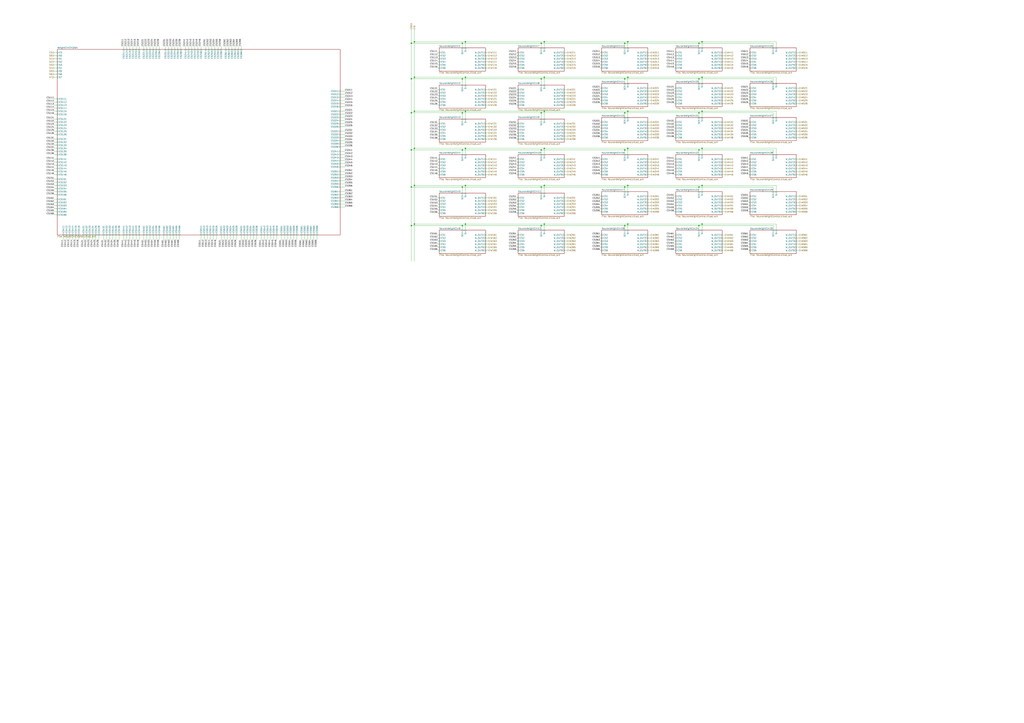
<source format=kicad_sch>
(kicad_sch (version 20221004) (generator eeschema)
  (paper "A1")
  (junction (at 513.08 123.19))
  (junction (at 379.73 123.19))
  (junction (at 513.08 153.67))
  (junction (at 444.5 153.67))
  (junction (at 340.36 152.4))
  (junction (at 574.04 123.19))
  (junction (at 379.73 92.71))
  (junction (at 447.04 184.15))
  (junction (at 574.04 153.67))
  (junction (at 382.27 121.92))
  (junction (at 447.04 152.4))
  (junction (at 379.73 185.42))
  (junction (at 340.36 63.5))
  (junction (at 515.62 152.4))
  (junction (at 576.58 152.4))
  (junction (at 515.62 34.29))
  (junction (at 382.27 34.29))
  (junction (at 513.08 64.77))
  (junction (at 340.36 121.92))
  (junction (at 337.82 64.77))
  (junction (at 340.36 34.29))
  (junction (at 337.82 92.71))
  (junction (at 447.04 63.5))
  (junction (at 515.62 184.15))
  (junction (at 576.58 184.15))
  (junction (at 379.73 153.67))
  (junction (at 337.82 185.42))
  (junction (at 382.27 63.5))
  (junction (at 576.58 34.29))
  (junction (at 382.27 91.44))
  (junction (at 574.04 185.42))
  (junction (at 337.82 123.19))
  (junction (at 444.5 123.19))
  (junction (at 337.82 153.67))
  (junction (at 382.27 152.4))
  (junction (at 340.36 184.15))
  (junction (at 574.04 35.56))
  (junction (at 513.08 35.56))
  (junction (at 444.5 185.42))
  (junction (at 444.5 35.56))
  (junction (at 513.08 185.42))
  (junction (at 515.62 121.92))
  (junction (at 447.04 91.44))
  (junction (at 379.73 35.56))
  (junction (at 379.73 64.77))
  (junction (at 447.04 121.92))
  (junction (at 444.5 64.77))
  (junction (at 444.5 92.71))
  (junction (at 576.58 91.44))
  (junction (at 574.04 92.71))
  (junction (at 515.62 91.44))
  (junction (at 337.82 35.56))
  (junction (at 576.58 63.5))
  (junction (at 515.62 63.5))
  (junction (at 382.27 184.15))
  (junction (at 340.36 91.44))
  (junction (at 574.04 64.77))
  (junction (at 576.58 121.92))
  (junction (at 447.04 34.29))
  (junction (at 513.08 92.71))
  (wire (pts (xy 553.72 203.2) (xy 554.99 203.2)))
  (wire (pts (xy 106.68 193.04) (xy 106.68 196.85)))
  (wire (pts (xy 492.76 85.09) (xy 494.03 85.09)))
  (wire (pts (xy 205.74 193.04) (xy 205.74 196.85)))
  (wire (pts (xy 279.4 162.56) (xy 283.21 162.56)))
  (wire (pts (xy 515.62 39.37) (xy 515.62 34.29)))
  (wire (pts (xy 241.3 193.04) (xy 241.3 196.85)))
  (wire (pts (xy 243.84 193.04) (xy 243.84 196.85)))
  (wire (pts (xy 255.27 193.04) (xy 255.27 196.85)))
  (wire (pts (xy 337.82 123.19) (xy 337.82 153.67)))
  (wire (pts (xy 279.4 120.65) (xy 283.21 120.65)))
  (wire (pts (xy 463.55 198.12) (xy 466.09 198.12)))
  (wire (pts (xy 279.4 91.44) (xy 283.21 91.44)))
  (wire (pts (xy 515.62 91.44) (xy 515.62 96.52)))
  (wire (pts (xy 574.04 123.19) (xy 635 123.19)))
  (wire (pts (xy 198.12 193.04) (xy 198.12 196.85)))
  (wire (pts (xy 492.76 82.55) (xy 494.03 82.55)))
  (wire (pts (xy 532.13 171.45) (xy 534.67 171.45)))
  (wire (pts (xy 463.55 45.72) (xy 466.09 45.72)))
  (wire (pts (xy 593.09 171.45) (xy 595.63 171.45)))
  (wire (pts (xy 382.27 184.15) (xy 447.04 184.15)))
  (wire (pts (xy 463.55 165.1) (xy 466.09 165.1)))
  (wire (pts (xy 279.4 110.49) (xy 283.21 110.49)))
  (wire (pts (xy 654.05 143.51) (xy 656.59 143.51)))
  (wire (pts (xy 398.78 111.76) (xy 401.32 111.76)))
  (wire (pts (xy 576.58 152.4) (xy 637.54 152.4)))
  (wire (pts (xy 492.76 102.87) (xy 494.03 102.87)))
  (wire (pts (xy 492.76 105.41) (xy 494.03 105.41)))
  (wire (pts (xy 44.45 157.48) (xy 46.99 157.48)))
  (wire (pts (xy 139.7 193.04) (xy 139.7 196.85)))
  (wire (pts (xy 513.08 35.56) (xy 444.5 35.56)))
  (wire (pts (xy 120.65 193.04) (xy 120.65 196.85)))
  (wire (pts (xy 104.14 193.04) (xy 104.14 196.85)))
  (wire (pts (xy 424.18 162.56) (xy 425.45 162.56)))
  (wire (pts (xy 515.62 152.4) (xy 515.62 157.48)))
  (wire (pts (xy 553.72 105.41) (xy 554.99 105.41)))
  (wire (pts (xy 576.58 63.5) (xy 637.54 63.5)))
  (wire (pts (xy 424.18 135.89) (xy 425.45 135.89)))
  (wire (pts (xy 532.13 105.41) (xy 534.67 105.41)))
  (wire (pts (xy 444.5 153.67) (xy 513.08 153.67)))
  (wire (pts (xy 492.76 50.8) (xy 494.03 50.8)))
  (wire (pts (xy 54.61 193.04) (xy 54.61 196.85)))
  (wire (pts (xy 120.65 38.1) (xy 120.65 40.64)))
  (wire (pts (xy 279.4 99.06) (xy 283.21 99.06)))
  (wire (pts (xy 492.76 200.66) (xy 494.03 200.66)))
  (wire (pts (xy 463.55 55.88) (xy 466.09 55.88)))
  (wire (pts (xy 654.05 74.93) (xy 656.59 74.93)))
  (wire (pts (xy 382.27 91.44) (xy 382.27 97.79)))
  (wire (pts (xy 637.54 127) (xy 637.54 121.92)))
  (wire (pts (xy 214.63 193.04) (xy 214.63 196.85)))
  (wire (pts (xy 337.82 64.77) (xy 337.82 92.71)))
  (wire (pts (xy 210.82 193.04) (xy 210.82 196.85)))
  (wire (pts (xy 463.55 81.28) (xy 466.09 81.28)))
  (wire (pts (xy 279.4 104.14) (xy 283.21 104.14)))
  (wire (pts (xy 279.4 77.47) (xy 283.21 77.47)))
  (wire (pts (xy 123.19 38.1) (xy 123.19 40.64)))
  (wire (pts (xy 654.05 107.95) (xy 656.59 107.95)))
  (wire (pts (xy 553.72 113.03) (xy 554.99 113.03)))
  (wire (pts (xy 279.4 134.62) (xy 283.21 134.62)))
  (wire (pts (xy 279.4 127) (xy 283.21 127)))
  (wire (pts (xy 492.76 163.83) (xy 494.03 163.83)))
  (wire (pts (xy 593.09 203.2) (xy 595.63 203.2)))
  (wire (pts (xy 593.09 133.35) (xy 595.63 133.35)))
  (wire (pts (xy 654.05 168.91) (xy 656.59 168.91)))
  (wire (pts (xy 513.08 92.71) (xy 513.08 96.52)))
  (wire (pts (xy 398.78 138.43) (xy 401.32 138.43)))
  (wire (pts (xy 424.18 45.72) (xy 425.45 45.72)))
  (wire (pts (xy 424.18 133.35) (xy 425.45 133.35)))
  (wire (pts (xy 279.4 107.95) (xy 283.21 107.95)))
  (wire (pts (xy 279.4 137.16) (xy 283.21 137.16)))
  (wire (pts (xy 398.78 43.18) (xy 401.32 43.18)))
  (wire (pts (xy 576.58 91.44) (xy 637.54 91.44)))
  (wire (pts (xy 553.72 100.33) (xy 554.99 100.33)))
  (wire (pts (xy 593.09 72.39) (xy 595.63 72.39)))
  (wire (pts (xy 359.41 175.26) (xy 360.68 175.26)))
  (wire (pts (xy 532.13 45.72) (xy 534.67 45.72)))
  (wire (pts (xy 614.68 193.04) (xy 615.95 193.04)))
  (wire (pts (xy 398.78 45.72) (xy 401.32 45.72)))
  (wire (pts (xy 137.16 193.04) (xy 137.16 196.85)))
  (wire (pts (xy 90.17 193.04) (xy 90.17 196.85)))
  (wire (pts (xy 654.05 43.18) (xy 656.59 43.18)))
  (wire (pts (xy 379.73 64.77) (xy 444.5 64.77)))
  (wire (pts (xy 340.36 152.4) (xy 382.27 152.4)))
  (wire (pts (xy 654.05 171.45) (xy 656.59 171.45)))
  (wire (pts (xy 447.04 63.5) (xy 515.62 63.5)))
  (wire (pts (xy 44.45 127) (xy 46.99 127)))
  (wire (pts (xy 635 157.48) (xy 635 153.67)))
  (wire (pts (xy 553.72 53.34) (xy 554.99 53.34)))
  (wire (pts (xy 104.14 38.1) (xy 104.14 40.64)))
  (wire (pts (xy 44.45 60.96) (xy 46.99 60.96)))
  (wire (pts (xy 398.78 73.66) (xy 401.32 73.66)))
  (wire (pts (xy 279.4 101.6) (xy 283.21 101.6)))
  (wire (pts (xy 398.78 170.18) (xy 401.32 170.18)))
  (wire (pts (xy 176.53 38.1) (xy 176.53 40.64)))
  (wire (pts (xy 398.78 140.97) (xy 401.32 140.97)))
  (wire (pts (xy 593.09 82.55) (xy 595.63 82.55)))
  (wire (pts (xy 398.78 162.56) (xy 401.32 162.56)))
  (wire (pts (xy 513.08 64.77) (xy 574.04 64.77)))
  (wire (pts (xy 463.55 78.74) (xy 466.09 78.74)))
  (wire (pts (xy 447.04 91.44) (xy 515.62 91.44)))
  (wire (pts (xy 279.4 118.11) (xy 283.21 118.11)))
  (wire (pts (xy 359.41 200.66) (xy 360.68 200.66)))
  (wire (pts (xy 138.43 38.1) (xy 138.43 40.64)))
  (wire (pts (xy 492.76 48.26) (xy 494.03 48.26)))
  (wire (pts (xy 654.05 193.04) (xy 656.59 193.04)))
  (wire (pts (xy 382.27 152.4) (xy 382.27 158.75)))
  (wire (pts (xy 398.78 104.14) (xy 401.32 104.14)))
  (wire (pts (xy 574.04 64.77) (xy 574.04 68.58)))
  (wire (pts (xy 382.27 34.29) (xy 340.36 34.29)))
  (wire (pts (xy 398.78 167.64) (xy 401.32 167.64)))
  (wire (pts (xy 44.45 45.72) (xy 46.99 45.72)))
  (wire (pts (xy 444.5 185.42) (xy 513.08 185.42)))
  (wire (pts (xy 109.22 193.04) (xy 109.22 196.85)))
  (wire (pts (xy 118.11 193.04) (xy 118.11 196.85)))
  (wire (pts (xy 359.41 198.12) (xy 360.68 198.12)))
  (wire (pts (xy 57.15 193.04) (xy 57.15 196.85)))
  (wire (pts (xy 177.8 193.04) (xy 177.8 196.85)))
  (wire (pts (xy 463.55 167.64) (xy 466.09 167.64)))
  (wire (pts (xy 44.45 138.43) (xy 46.99 138.43)))
  (wire (pts (xy 614.68 72.39) (xy 615.95 72.39)))
  (wire (pts (xy 593.09 198.12) (xy 595.63 198.12)))
  (wire (pts (xy 532.13 130.81) (xy 534.67 130.81)))
  (wire (pts (xy 44.45 107.95) (xy 46.99 107.95)))
  (wire (pts (xy 553.72 173.99) (xy 554.99 173.99)))
  (wire (pts (xy 463.55 140.97) (xy 466.09 140.97)))
  (wire (pts (xy 492.76 198.12) (xy 494.03 198.12)))
  (wire (pts (xy 231.14 193.04) (xy 231.14 196.85)))
  (wire (pts (xy 379.73 185.42) (xy 444.5 185.42)))
  (wire (pts (xy 593.09 74.93) (xy 595.63 74.93)))
  (wire (pts (xy 553.72 43.18) (xy 554.99 43.18)))
  (wire (pts (xy 195.58 38.1) (xy 195.58 40.64)))
  (wire (pts (xy 492.76 113.03) (xy 494.03 113.03)))
  (wire (pts (xy 97.79 193.04) (xy 97.79 196.85)))
  (wire (pts (xy 379.73 35.56) (xy 337.82 35.56)))
  (wire (pts (xy 654.05 135.89) (xy 656.59 135.89)))
  (wire (pts (xy 574.04 153.67) (xy 574.04 157.48)))
  (wire (pts (xy 279.4 132.08) (xy 283.21 132.08)))
  (wire (pts (xy 44.45 140.97) (xy 46.99 140.97)))
  (wire (pts (xy 359.41 140.97) (xy 360.68 140.97)))
  (wire (pts (xy 398.78 76.2) (xy 401.32 76.2)))
  (wire (pts (xy 359.41 73.66) (xy 360.68 73.66)))
  (wire (pts (xy 576.58 39.37) (xy 576.58 34.29)))
  (wire (pts (xy 44.45 119.38) (xy 46.99 119.38)))
  (wire (pts (xy 279.4 157.48) (xy 283.21 157.48)))
  (wire (pts (xy 614.68 50.8) (xy 615.95 50.8)))
  (wire (pts (xy 359.41 195.58) (xy 360.68 195.58)))
  (wire (pts (xy 593.09 135.89) (xy 595.63 135.89)))
  (wire (pts (xy 614.68 171.45) (xy 615.95 171.45)))
  (wire (pts (xy 553.72 163.83) (xy 554.99 163.83)))
  (wire (pts (xy 219.71 193.04) (xy 219.71 196.85)))
  (wire (pts (xy 359.41 143.51) (xy 360.68 143.51)))
  (wire (pts (xy 614.68 100.33) (xy 615.95 100.33)))
  (wire (pts (xy 359.41 48.26) (xy 360.68 48.26)))
  (wire (pts (xy 654.05 205.74) (xy 656.59 205.74)))
  (wire (pts (xy 447.04 152.4) (xy 447.04 158.75)))
  (wire (pts (xy 593.09 161.29) (xy 595.63 161.29)))
  (wire (pts (xy 492.76 107.95) (xy 494.03 107.95)))
  (wire (pts (xy 337.82 153.67) (xy 337.82 185.42)))
  (wire (pts (xy 614.68 135.89) (xy 615.95 135.89)))
  (wire (pts (xy 44.45 100.33) (xy 46.99 100.33)))
  (wire (pts (xy 576.58 63.5) (xy 576.58 68.58)))
  (wire (pts (xy 532.13 113.03) (xy 534.67 113.03)))
  (wire (pts (xy 614.68 102.87) (xy 615.95 102.87)))
  (wire (pts (xy 424.18 172.72) (xy 425.45 172.72)))
  (wire (pts (xy 359.41 193.04) (xy 360.68 193.04)))
  (wire (pts (xy 553.72 55.88) (xy 554.99 55.88)))
  (wire (pts (xy 44.45 149.86) (xy 46.99 149.86)))
  (wire (pts (xy 574.04 123.19) (xy 574.04 127)))
  (wire (pts (xy 227.33 193.04) (xy 227.33 196.85)))
  (wire (pts (xy 340.36 91.44) (xy 340.36 121.92)))
  (wire (pts (xy 513.08 185.42) (xy 574.04 185.42)))
  (wire (pts (xy 146.05 38.1) (xy 146.05 40.64)))
  (wire (pts (xy 637.54 68.58) (xy 637.54 63.5)))
  (wire (pts (xy 44.45 160.02) (xy 46.99 160.02)))
  (wire (pts (xy 654.05 138.43) (xy 656.59 138.43)))
  (wire (pts (xy 593.09 168.91) (xy 595.63 168.91)))
  (wire (pts (xy 359.41 135.89) (xy 360.68 135.89)))
  (wire (pts (xy 424.18 50.8) (xy 425.45 50.8)))
  (wire (pts (xy 593.09 138.43) (xy 595.63 138.43)))
  (wire (pts (xy 398.78 114.3) (xy 401.32 114.3)))
  (wire (pts (xy 463.55 50.8) (xy 466.09 50.8)))
  (wire (pts (xy 424.18 205.74) (xy 425.45 205.74)))
  (wire (pts (xy 340.36 34.29) (xy 340.36 63.5)))
  (wire (pts (xy 654.05 195.58) (xy 656.59 195.58)))
  (wire (pts (xy 654.05 110.49) (xy 656.59 110.49)))
  (wire (pts (xy 463.55 73.66) (xy 466.09 73.66)))
  (wire (pts (xy 128.27 193.04) (xy 128.27 196.85)))
  (wire (pts (xy 189.23 193.04) (xy 189.23 196.85)))
  (wire (pts (xy 553.72 50.8) (xy 554.99 50.8)))
  (wire (pts (xy 382.27 39.37) (xy 382.27 34.29)))
  (wire (pts (xy 654.05 100.33) (xy 656.59 100.33)))
  (wire (pts (xy 574.04 185.42) (xy 574.04 189.23)))
  (wire (pts (xy 654.05 140.97) (xy 656.59 140.97)))
  (wire (pts (xy 175.26 193.04) (xy 175.26 196.85)))
  (wire (pts (xy 654.05 53.34) (xy 656.59 53.34)))
  (wire (pts (xy 593.09 80.01) (xy 595.63 80.01)))
  (wire (pts (xy 44.45 154.94) (xy 46.99 154.94)))
  (wire (pts (xy 398.78 203.2) (xy 401.32 203.2)))
  (wire (pts (xy 181.61 38.1) (xy 181.61 40.64)))
  (wire (pts (xy 424.18 104.14) (xy 425.45 104.14)))
  (wire (pts (xy 233.68 193.04) (xy 233.68 196.85)))
  (wire (pts (xy 532.13 100.33) (xy 534.67 100.33)))
  (wire (pts (xy 238.76 193.04) (xy 238.76 196.85)))
  (wire (pts (xy 553.72 48.26) (xy 554.99 48.26)))
  (wire (pts (xy 279.4 82.55) (xy 283.21 82.55)))
  (wire (pts (xy 95.25 193.04) (xy 95.25 196.85)))
  (wire (pts (xy 492.76 80.01) (xy 494.03 80.01)))
  (wire (pts (xy 118.11 38.1) (xy 118.11 40.64)))
  (wire (pts (xy 424.18 53.34) (xy 425.45 53.34)))
  (wire (pts (xy 492.76 72.39) (xy 494.03 72.39)))
  (wire (pts (xy 398.78 193.04) (xy 401.32 193.04)))
  (wire (pts (xy 247.65 193.04) (xy 247.65 196.85)))
  (wire (pts (xy 463.55 111.76) (xy 466.09 111.76)))
  (wire (pts (xy 382.27 63.5) (xy 447.04 63.5)))
  (wire (pts (xy 593.09 102.87) (xy 595.63 102.87)))
  (wire (pts (xy 130.81 193.04) (xy 130.81 196.85)))
  (wire (pts (xy 398.78 48.26) (xy 401.32 48.26)))
  (wire (pts (xy 359.41 104.14) (xy 360.68 104.14)))
  (wire (pts (xy 279.4 124.46) (xy 283.21 124.46)))
  (wire (pts (xy 144.78 193.04) (xy 144.78 196.85)))
  (wire (pts (xy 447.04 184.15) (xy 515.62 184.15)))
  (wire (pts (xy 593.09 100.33) (xy 595.63 100.33)))
  (wire (pts (xy 279.4 80.01) (xy 283.21 80.01)))
  (wire (pts (xy 532.13 173.99) (xy 534.67 173.99)))
  (wire (pts (xy 553.72 138.43) (xy 554.99 138.43)))
  (wire (pts (xy 147.32 193.04) (xy 147.32 196.85)))
  (wire (pts (xy 593.09 85.09) (xy 595.63 85.09)))
  (wire (pts (xy 44.45 50.8) (xy 46.99 50.8)))
  (wire (pts (xy 44.45 176.53) (xy 46.99 176.53)))
  (wire (pts (xy 513.08 123.19) (xy 574.04 123.19)))
  (wire (pts (xy 532.13 72.39) (xy 534.67 72.39)))
  (wire (pts (xy 492.76 43.18) (xy 494.03 43.18)))
  (wire (pts (xy 463.55 200.66) (xy 466.09 200.66)))
  (wire (pts (xy 128.27 38.1) (xy 128.27 40.64)))
  (wire (pts (xy 654.05 166.37) (xy 656.59 166.37)))
  (wire (pts (xy 447.04 121.92) (xy 447.04 127)))
  (wire (pts (xy 424.18 130.81) (xy 425.45 130.81)))
  (wire (pts (xy 576.58 34.29) (xy 515.62 34.29)))
  (wire (pts (xy 379.73 123.19) (xy 444.5 123.19)))
  (wire (pts (xy 553.72 77.47) (xy 554.99 77.47)))
  (wire (pts (xy 114.3 193.04) (xy 114.3 196.85)))
  (wire (pts (xy 279.4 165.1) (xy 283.21 165.1)))
  (wire (pts (xy 165.1 38.1) (xy 165.1 40.64)))
  (wire (pts (xy 382.27 91.44) (xy 447.04 91.44)))
  (wire (pts (xy 553.72 171.45) (xy 554.99 171.45)))
  (wire (pts (xy 359.41 50.8) (xy 360.68 50.8)))
  (wire (pts (xy 553.72 45.72) (xy 554.99 45.72)))
  (wire (pts (xy 143.51 38.1) (xy 143.51 40.64)))
  (wire (pts (xy 171.45 38.1) (xy 171.45 40.64)))
  (wire (pts (xy 359.41 86.36) (xy 360.68 86.36)))
  (wire (pts (xy 463.55 172.72) (xy 466.09 172.72)))
  (wire (pts (xy 106.68 38.1) (xy 106.68 40.64)))
  (wire (pts (xy 463.55 143.51) (xy 466.09 143.51)))
  (wire (pts (xy 463.55 175.26) (xy 466.09 175.26)))
  (wire (pts (xy 359.41 167.64) (xy 360.68 167.64)))
  (wire (pts (xy 553.72 107.95) (xy 554.99 107.95)))
  (wire (pts (xy 170.18 193.04) (xy 170.18 196.85)))
  (wire (pts (xy 614.68 82.55) (xy 615.95 82.55)))
  (wire (pts (xy 424.18 48.26) (xy 425.45 48.26)))
  (wire (pts (xy 337.82 153.67) (xy 379.73 153.67)))
  (wire (pts (xy 279.4 93.98) (xy 283.21 93.98)))
  (wire (pts (xy 359.41 45.72) (xy 360.68 45.72)))
  (wire (pts (xy 654.05 55.88) (xy 656.59 55.88)))
  (wire (pts (xy 447.04 39.37) (xy 447.04 34.29)))
  (wire (pts (xy 337.82 185.42) (xy 379.73 185.42)))
  (wire (pts (xy 424.18 203.2) (xy 425.45 203.2)))
  (wire (pts (xy 593.09 200.66) (xy 595.63 200.66)))
  (wire (pts (xy 44.45 91.44) (xy 46.99 91.44)))
  (wire (pts (xy 337.82 92.71) (xy 337.82 123.19)))
  (wire (pts (xy 635 96.52) (xy 635 92.71)))
  (wire (pts (xy 447.04 34.29) (xy 382.27 34.29)))
  (wire (pts (xy 424.18 175.26) (xy 425.45 175.26)))
  (wire (pts (xy 576.58 121.92) (xy 576.58 127)))
  (wire (pts (xy 359.41 43.18) (xy 360.68 43.18)))
  (wire (pts (xy 553.72 200.66) (xy 554.99 200.66)))
  (wire (pts (xy 382.27 184.15) (xy 382.27 189.23)))
  (wire (pts (xy 398.78 143.51) (xy 401.32 143.51)))
  (wire (pts (xy 165.1 193.04) (xy 165.1 196.85)))
  (wire (pts (xy 515.62 91.44) (xy 576.58 91.44)))
  (wire (pts (xy 654.05 77.47) (xy 656.59 77.47)))
  (wire (pts (xy 444.5 153.67) (xy 444.5 158.75)))
  (wire (pts (xy 236.22 193.04) (xy 236.22 196.85)))
  (wire (pts (xy 463.55 106.68) (xy 466.09 106.68)))
  (wire (pts (xy 553.72 193.04) (xy 554.99 193.04)))
  (wire (pts (xy 125.73 38.1) (xy 125.73 40.64)))
  (wire (pts (xy 111.76 193.04) (xy 111.76 196.85)))
  (wire (pts (xy 76.2 193.04) (xy 76.2 196.85)))
  (wire (pts (xy 198.12 38.1) (xy 198.12 40.64)))
  (wire (pts (xy 340.36 121.92) (xy 382.27 121.92)))
  (wire (pts (xy 614.68 110.49) (xy 615.95 110.49)))
  (wire (pts (xy 44.45 143.51) (xy 46.99 143.51)))
  (wire (pts (xy 359.41 53.34) (xy 360.68 53.34)))
  (wire (pts (xy 114.3 38.1) (xy 114.3 40.64)))
  (wire (pts (xy 424.18 109.22) (xy 425.45 109.22)))
  (wire (pts (xy 44.45 166.37) (xy 46.99 166.37)))
  (wire (pts (xy 162.56 38.1) (xy 162.56 40.64)))
  (wire (pts (xy 44.45 83.82) (xy 46.99 83.82)))
  (wire (pts (xy 654.05 113.03) (xy 656.59 113.03)))
  (wire (pts (xy 85.09 193.04) (xy 85.09 196.85)))
  (wire (pts (xy 614.68 195.58) (xy 615.95 195.58)))
  (wire (pts (xy 52.07 193.04) (xy 52.07 196.85)))
  (wire (pts (xy 444.5 123.19) (xy 513.08 123.19)))
  (wire (pts (xy 463.55 83.82) (xy 466.09 83.82)))
  (wire (pts (xy 654.05 50.8) (xy 656.59 50.8)))
  (wire (pts (xy 637.54 39.37) (xy 637.54 34.29)))
  (wire (pts (xy 398.78 109.22) (xy 401.32 109.22)))
  (wire (pts (xy 398.78 200.66) (xy 401.32 200.66)))
  (wire (pts (xy 185.42 38.1) (xy 185.42 40.64)))
  (wire (pts (xy 614.68 161.29) (xy 615.95 161.29)))
  (wire (pts (xy 44.45 97.79) (xy 46.99 97.79)))
  (wire (pts (xy 463.55 135.89) (xy 466.09 135.89)))
  (wire (pts (xy 447.04 152.4) (xy 515.62 152.4)))
  (wire (pts (xy 553.72 166.37) (xy 554.99 166.37)))
  (wire (pts (xy 44.45 152.4) (xy 46.99 152.4)))
  (wire (pts (xy 398.78 50.8) (xy 401.32 50.8)))
  (wire (pts (xy 224.79 193.04) (xy 224.79 196.85)))
  (wire (pts (xy 463.55 86.36) (xy 466.09 86.36)))
  (wire (pts (xy 635 39.37) (xy 635 35.56)))
  (wire (pts (xy 194.31 193.04) (xy 194.31 196.85)))
  (wire (pts (xy 447.04 184.15) (xy 447.04 189.23)))
  (wire (pts (xy 44.45 135.89) (xy 46.99 135.89)))
  (wire (pts (xy 654.05 200.66) (xy 656.59 200.66)))
  (wire (pts (xy 532.13 135.89) (xy 534.67 135.89)))
  (wire (pts (xy 379.73 153.67) (xy 379.73 158.75)))
  (wire (pts (xy 340.36 121.92) (xy 340.36 152.4)))
  (wire (pts (xy 515.62 152.4) (xy 576.58 152.4)))
  (wire (pts (xy 532.13 80.01) (xy 534.67 80.01)))
  (wire (pts (xy 337.82 92.71) (xy 379.73 92.71)))
  (wire (pts (xy 337.82 24.13) (xy 337.82 35.56)))
  (wire (pts (xy 359.41 83.82) (xy 360.68 83.82)))
  (wire (pts (xy 181.61 193.04) (xy 181.61 196.85)))
  (wire (pts (xy 654.05 102.87) (xy 656.59 102.87)))
  (wire (pts (xy 359.41 78.74) (xy 360.68 78.74)))
  (wire (pts (xy 515.62 121.92) (xy 515.62 127)))
  (wire (pts (xy 44.45 53.34) (xy 46.99 53.34)))
  (wire (pts (xy 398.78 130.81) (xy 401.32 130.81)))
  (wire (pts (xy 513.08 123.19) (xy 513.08 127)))
  (wire (pts (xy 463.55 76.2) (xy 466.09 76.2)))
  (wire (pts (xy 359.41 133.35) (xy 360.68 133.35)))
  (wire (pts (xy 398.78 53.34) (xy 401.32 53.34)))
  (wire (pts (xy 593.09 50.8) (xy 595.63 50.8)))
  (wire (pts (xy 463.55 205.74) (xy 466.09 205.74)))
  (wire (pts (xy 424.18 193.04) (xy 425.45 193.04)))
  (wire (pts (xy 44.45 48.26) (xy 46.99 48.26)))
  (wire (pts (xy 492.76 77.47) (xy 494.03 77.47)))
  (wire (pts (xy 553.72 110.49) (xy 554.99 110.49)))
  (wire (pts (xy 179.07 38.1) (xy 179.07 40.64)))
  (wire (pts (xy 637.54 157.48) (xy 637.54 152.4)))
  (wire (pts (xy 532.13 74.93) (xy 534.67 74.93)))
  (wire (pts (xy 222.25 193.04) (xy 222.25 196.85)))
  (wire (pts (xy 463.55 43.18) (xy 466.09 43.18)))
  (wire (pts (xy 125.73 193.04) (xy 125.73 196.85)))
  (wire (pts (xy 81.28 193.04) (xy 81.28 196.85)))
  (wire (pts (xy 614.68 113.03) (xy 615.95 113.03)))
  (wire (pts (xy 44.45 116.84) (xy 46.99 116.84)))
  (wire (pts (xy 515.62 184.15) (xy 576.58 184.15)))
  (wire (pts (xy 154.94 38.1) (xy 154.94 40.64)))
  (wire (pts (xy 398.78 106.68) (xy 401.32 106.68)))
  (wire (pts (xy 532.13 43.18) (xy 534.67 43.18)))
  (wire (pts (xy 190.5 38.1) (xy 190.5 40.64)))
  (wire (pts (xy 257.81 193.04) (xy 257.81 196.85)))
  (wire (pts (xy 44.45 102.87) (xy 46.99 102.87)))
  (wire (pts (xy 532.13 200.66) (xy 534.67 200.66)))
  (wire (pts (xy 44.45 81.28) (xy 46.99 81.28)))
  (wire (pts (xy 532.13 133.35) (xy 534.67 133.35)))
  (wire (pts (xy 340.36 63.5) (xy 382.27 63.5)))
  (wire (pts (xy 593.09 173.99) (xy 595.63 173.99)))
  (wire (pts (xy 359.41 162.56) (xy 360.68 162.56)))
  (wire (pts (xy 614.68 55.88) (xy 615.95 55.88)))
  (wire (pts (xy 574.04 92.71) (xy 574.04 96.52)))
  (wire (pts (xy 444.5 64.77) (xy 513.08 64.77)))
  (wire (pts (xy 337.82 123.19) (xy 379.73 123.19)))
  (wire (pts (xy 515.62 121.92) (xy 576.58 121.92)))
  (wire (pts (xy 532.13 50.8) (xy 534.67 50.8)))
  (wire (pts (xy 167.64 193.04) (xy 167.64 196.85)))
  (wire (pts (xy 359.41 172.72) (xy 360.68 172.72)))
  (wire (pts (xy 654.05 203.2) (xy 656.59 203.2)))
  (wire (pts (xy 463.55 170.18) (xy 466.09 170.18)))
  (wire (pts (xy 492.76 205.74) (xy 494.03 205.74)))
  (wire (pts (xy 614.68 48.26) (xy 615.95 48.26)))
  (wire (pts (xy 614.68 133.35) (xy 615.95 133.35)))
  (wire (pts (xy 654.05 133.35) (xy 656.59 133.35)))
  (wire (pts (xy 553.72 198.12) (xy 554.99 198.12)))
  (wire (pts (xy 532.13 102.87) (xy 534.67 102.87)))
  (wire (pts (xy 424.18 167.64) (xy 425.45 167.64)))
  (wire (pts (xy 574.04 64.77) (xy 635 64.77)))
  (wire (pts (xy 168.91 38.1) (xy 168.91 40.64)))
  (wire (pts (xy 492.76 140.97) (xy 494.03 140.97)))
  (wire (pts (xy 515.62 63.5) (xy 515.62 68.58)))
  (wire (pts (xy 492.76 193.04) (xy 494.03 193.04)))
  (wire (pts (xy 444.5 123.19) (xy 444.5 127)))
  (wire (pts (xy 279.4 74.93) (xy 283.21 74.93)))
  (wire (pts (xy 532.13 82.55) (xy 534.67 82.55)))
  (wire (pts (xy 44.45 121.92) (xy 46.99 121.92)))
  (wire (pts (xy 532.13 48.26) (xy 534.67 48.26)))
  (wire (pts (xy 532.13 168.91) (xy 534.67 168.91)))
  (wire (pts (xy 593.09 130.81) (xy 595.63 130.81)))
  (wire (pts (xy 463.55 203.2) (xy 466.09 203.2)))
  (wire (pts (xy 532.13 203.2) (xy 534.67 203.2)))
  (wire (pts (xy 444.5 92.71) (xy 444.5 97.79)))
  (wire (pts (xy 44.45 124.46) (xy 46.99 124.46)))
  (wire (pts (xy 148.59 38.1) (xy 148.59 40.64)))
  (wire (pts (xy 359.41 106.68) (xy 360.68 106.68)))
  (wire (pts (xy 553.72 80.01) (xy 554.99 80.01)))
  (wire (pts (xy 593.09 195.58) (xy 595.63 195.58)))
  (wire (pts (xy 463.55 138.43) (xy 466.09 138.43)))
  (wire (pts (xy 614.68 163.83) (xy 615.95 163.83)))
  (wire (pts (xy 492.76 100.33) (xy 494.03 100.33)))
  (wire (pts (xy 513.08 153.67) (xy 574.04 153.67)))
  (wire (pts (xy 382.27 121.92) (xy 382.27 127)))
  (wire (pts (xy 398.78 78.74) (xy 401.32 78.74)))
  (wire (pts (xy 279.4 85.09) (xy 283.21 85.09)))
  (wire (pts (xy 574.04 92.71) (xy 635 92.71)))
  (wire (pts (xy 64.77 193.04) (xy 64.77 196.85)))
  (wire (pts (xy 593.09 55.88) (xy 595.63 55.88)))
  (wire (pts (xy 279.4 115.57) (xy 283.21 115.57)))
  (wire (pts (xy 134.62 193.04) (xy 134.62 196.85)))
  (wire (pts (xy 532.13 198.12) (xy 534.67 198.12)))
  (wire (pts (xy 424.18 76.2) (xy 425.45 76.2)))
  (wire (pts (xy 359.41 76.2) (xy 360.68 76.2)))
  (wire (pts (xy 379.73 185.42) (xy 379.73 189.23)))
  (wire (pts (xy 73.66 193.04) (xy 73.66 196.85)))
  (wire (pts (xy 492.76 45.72) (xy 494.03 45.72)))
  (wire (pts (xy 614.68 203.2) (xy 615.95 203.2)))
  (wire (pts (xy 123.19 193.04) (xy 123.19 196.85)))
  (wire (pts (xy 279.4 140.97) (xy 283.21 140.97)))
  (wire (pts (xy 614.68 143.51) (xy 615.95 143.51)))
  (wire (pts (xy 463.55 104.14) (xy 466.09 104.14)))
  (wire (pts (xy 279.4 160.02) (xy 283.21 160.02)))
  (wire (pts (xy 337.82 64.77) (xy 379.73 64.77)))
  (wire (pts (xy 463.55 130.81) (xy 466.09 130.81)))
  (wire (pts (xy 463.55 48.26) (xy 466.09 48.26)))
  (wire (pts (xy 593.09 107.95) (xy 595.63 107.95)))
  (wire (pts (xy 614.68 105.41) (xy 615.95 105.41)))
  (wire (pts (xy 44.45 173.99) (xy 46.99 173.99)))
  (wire (pts (xy 463.55 193.04) (xy 466.09 193.04)))
  (wire (pts (xy 68.58 193.04) (xy 68.58 196.85)))
  (wire (pts (xy 532.13 163.83) (xy 534.67 163.83)))
  (wire (pts (xy 492.76 166.37) (xy 494.03 166.37)))
  (wire (pts (xy 279.4 129.54) (xy 283.21 129.54)))
  (wire (pts (xy 654.05 163.83) (xy 656.59 163.83)))
  (wire (pts (xy 532.13 55.88) (xy 534.67 55.88)))
  (wire (pts (xy 593.09 43.18) (xy 595.63 43.18)))
  (wire (pts (xy 92.71 193.04) (xy 92.71 196.85)))
  (wire (pts (xy 109.22 38.1) (xy 109.22 40.64)))
  (wire (pts (xy 44.45 93.98) (xy 46.99 93.98)))
  (wire (pts (xy 532.13 140.97) (xy 534.67 140.97)))
  (wire (pts (xy 513.08 153.67) (xy 513.08 157.48)))
  (wire (pts (xy 424.18 73.66) (xy 425.45 73.66)))
  (wire (pts (xy 359.41 114.3) (xy 360.68 114.3)))
  (wire (pts (xy 593.09 205.74) (xy 595.63 205.74)))
  (wire (pts (xy 111.76 38.1) (xy 111.76 40.64)))
  (wire (pts (xy 593.09 110.49) (xy 595.63 110.49)))
  (wire (pts (xy 637.54 189.23) (xy 637.54 184.15)))
  (wire (pts (xy 553.72 133.35) (xy 554.99 133.35)))
  (wire (pts (xy 398.78 195.58) (xy 401.32 195.58)))
  (wire (pts (xy 492.76 168.91) (xy 494.03 168.91)))
  (wire (pts (xy 492.76 143.51) (xy 494.03 143.51)))
  (wire (pts (xy 279.4 87.63) (xy 283.21 87.63)))
  (wire (pts (xy 492.76 135.89) (xy 494.03 135.89)))
  (wire (pts (xy 200.66 193.04) (xy 200.66 196.85)))
  (wire (pts (xy 492.76 55.88) (xy 494.03 55.88)))
  (wire (pts (xy 614.68 205.74) (xy 615.95 205.74)))
  (wire (pts (xy 424.18 43.18) (xy 425.45 43.18)))
  (wire (pts (xy 191.77 193.04) (xy 191.77 196.85)))
  (wire (pts (xy 593.09 193.04) (xy 595.63 193.04)))
  (wire (pts (xy 78.74 193.04) (xy 78.74 196.85)))
  (wire (pts (xy 654.05 85.09) (xy 656.59 85.09)))
  (wire (pts (xy 614.68 107.95) (xy 615.95 107.95)))
  (wire (pts (xy 44.45 171.45) (xy 46.99 171.45)))
  (wire (pts (xy 359.41 165.1) (xy 360.68 165.1)))
  (wire (pts (xy 513.08 64.77) (xy 513.08 68.58)))
  (wire (pts (xy 532.13 138.43) (xy 534.67 138.43)))
  (wire (pts (xy 444.5 35.56) (xy 379.73 35.56)))
  (wire (pts (xy 44.45 163.83) (xy 46.99 163.83)))
  (wire (pts (xy 515.62 34.29) (xy 447.04 34.29)))
  (wire (pts (xy 532.13 77.47) (xy 534.67 77.47)))
  (wire (pts (xy 382.27 121.92) (xy 447.04 121.92)))
  (wire (pts (xy 279.4 148.59) (xy 283.21 148.59)))
  (wire (pts (xy 424.18 165.1) (xy 425.45 165.1)))
  (wire (pts (xy 279.4 113.03) (xy 283.21 113.03)))
  (wire (pts (xy 359.41 138.43) (xy 360.68 138.43)))
  (wire (pts (xy 492.76 138.43) (xy 494.03 138.43)))
  (wire (pts (xy 398.78 86.36) (xy 401.32 86.36)))
  (wire (pts (xy 250.19 193.04) (xy 250.19 196.85)))
  (wire (pts (xy 492.76 74.93) (xy 494.03 74.93)))
  (wire (pts (xy 614.68 45.72) (xy 615.95 45.72)))
  (wire (pts (xy 157.48 38.1) (xy 157.48 40.64)))
  (wire (pts (xy 513.08 39.37) (xy 513.08 35.56)))
  (wire (pts (xy 532.13 107.95) (xy 534.67 107.95)))
  (wire (pts (xy 424.18 111.76) (xy 425.45 111.76)))
  (wire (pts (xy 637.54 96.52) (xy 637.54 91.44)))
  (wire (pts (xy 208.28 193.04) (xy 208.28 196.85)))
  (wire (pts (xy 424.18 101.6) (xy 425.45 101.6)))
  (wire (pts (xy 62.23 193.04) (xy 62.23 196.85)))
  (wire (pts (xy 447.04 63.5) (xy 447.04 69.85)))
  (wire (pts (xy 359.41 205.74) (xy 360.68 205.74)))
  (wire (pts (xy 379.73 92.71) (xy 444.5 92.71)))
  (wire (pts (xy 532.13 166.37) (xy 534.67 166.37)))
  (wire (pts (xy 593.09 77.47) (xy 595.63 77.47)))
  (wire (pts (xy 444.5 92.71) (xy 513.08 92.71)))
  (wire (pts (xy 44.45 130.81) (xy 46.99 130.81)))
  (wire (pts (xy 532.13 193.04) (xy 534.67 193.04)))
  (wire (pts (xy 492.76 133.35) (xy 494.03 133.35)))
  (wire (pts (xy 101.6 38.1) (xy 101.6 40.64)))
  (wire (pts (xy 424.18 81.28) (xy 425.45 81.28)))
  (wire (pts (xy 382.27 63.5) (xy 382.27 69.85)))
  (wire (pts (xy 614.68 74.93) (xy 615.95 74.93)))
  (wire (pts (xy 513.08 92.71) (xy 574.04 92.71)))
  (wire (pts (xy 614.68 168.91) (xy 615.95 168.91)))
  (wire (pts (xy 44.45 63.5) (xy 46.99 63.5)))
  (wire (pts (xy 359.41 130.81) (xy 360.68 130.81)))
  (wire (pts (xy 513.08 185.42) (xy 513.08 189.23)))
  (wire (pts (xy 532.13 53.34) (xy 534.67 53.34)))
  (wire (pts (xy 379.73 123.19) (xy 379.73 127)))
  (wire (pts (xy 576.58 184.15) (xy 576.58 189.23)))
  (wire (pts (xy 398.78 83.82) (xy 401.32 83.82)))
  (wire (pts (xy 44.45 147.32) (xy 46.99 147.32)))
  (wire (pts (xy 44.45 168.91) (xy 46.99 168.91)))
  (wire (pts (xy 553.72 135.89) (xy 554.99 135.89)))
  (wire (pts (xy 424.18 170.18) (xy 425.45 170.18)))
  (wire (pts (xy 59.69 193.04) (xy 59.69 196.85)))
  (wire (pts (xy 186.69 193.04) (xy 186.69 196.85)))
  (wire (pts (xy 593.09 113.03) (xy 595.63 113.03)))
  (wire (pts (xy 515.62 184.15) (xy 515.62 189.23)))
  (wire (pts (xy 184.15 193.04) (xy 184.15 196.85)))
  (wire (pts (xy 44.45 58.42) (xy 46.99 58.42)))
  (wire (pts (xy 444.5 185.42) (xy 444.5 189.23)))
  (wire (pts (xy 593.09 163.83) (xy 595.63 163.83)))
  (wire (pts (xy 130.81 38.1) (xy 130.81 40.64)))
  (wire (pts (xy 654.05 45.72) (xy 656.59 45.72)))
  (wire (pts (xy 398.78 205.74) (xy 401.32 205.74)))
  (wire (pts (xy 359.41 203.2) (xy 360.68 203.2)))
  (wire (pts (xy 71.12 193.04) (xy 71.12 196.85)))
  (wire (pts (xy 44.45 105.41) (xy 46.99 105.41)))
  (wire (pts (xy 654.05 105.41) (xy 656.59 105.41)))
  (wire (pts (xy 463.55 53.34) (xy 466.09 53.34)))
  (wire (pts (xy 654.05 173.99) (xy 656.59 173.99)))
  (wire (pts (xy 635 35.56) (xy 574.04 35.56)))
  (wire (pts (xy 260.35 193.04) (xy 260.35 196.85)))
  (wire (pts (xy 576.58 121.92) (xy 637.54 121.92)))
  (wire (pts (xy 359.41 101.6) (xy 360.68 101.6)))
  (wire (pts (xy 553.72 140.97) (xy 554.99 140.97)))
  (wire (pts (xy 492.76 195.58) (xy 494.03 195.58)))
  (wire (pts (xy 447.04 121.92) (xy 515.62 121.92)))
  (wire (pts (xy 340.36 184.15) (xy 340.36 214.63)))
  (wire (pts (xy 492.76 173.99) (xy 494.03 173.99)))
  (wire (pts (xy 492.76 53.34) (xy 494.03 53.34)))
  (wire (pts (xy 492.76 161.29) (xy 494.03 161.29)))
  (wire (pts (xy 424.18 200.66) (xy 425.45 200.66)))
  (wire (pts (xy 553.72 102.87) (xy 554.99 102.87)))
  (wire (pts (xy 593.09 140.97) (xy 595.63 140.97)))
  (wire (pts (xy 532.13 161.29) (xy 534.67 161.29)))
  (wire (pts (xy 44.45 110.49) (xy 46.99 110.49)))
  (wire (pts (xy 424.18 55.88) (xy 425.45 55.88)))
  (wire (pts (xy 614.68 53.34) (xy 615.95 53.34)))
  (wire (pts (xy 593.09 143.51) (xy 595.63 143.51)))
  (wire (pts (xy 424.18 86.36) (xy 425.45 86.36)))
  (wire (pts (xy 44.45 43.18) (xy 46.99 43.18)))
  (wire (pts (xy 614.68 77.47) (xy 615.95 77.47)))
  (wire (pts (xy 553.72 72.39) (xy 554.99 72.39)))
  (wire (pts (xy 614.68 173.99) (xy 615.95 173.99)))
  (wire (pts (xy 173.99 38.1) (xy 173.99 40.64)))
  (wire (pts (xy 635 189.23) (xy 635 185.42)))
  (wire (pts (xy 593.09 45.72) (xy 595.63 45.72)))
  (wire (pts (xy 574.04 185.42) (xy 635 185.42)))
  (wire (pts (xy 574.04 35.56) (xy 513.08 35.56)))
  (wire (pts (xy 614.68 138.43) (xy 615.95 138.43)))
  (wire (pts (xy 44.45 88.9) (xy 46.99 88.9)))
  (wire (pts (xy 379.73 153.67) (xy 444.5 153.67)))
  (wire (pts (xy 279.4 143.51) (xy 283.21 143.51)))
  (wire (pts (xy 172.72 193.04) (xy 172.72 196.85)))
  (wire (pts (xy 398.78 135.89) (xy 401.32 135.89)))
  (wire (pts (xy 379.73 92.71) (xy 379.73 97.79)))
  (wire (pts (xy 337.82 185.42) (xy 337.82 214.63)))
  (wire (pts (xy 593.09 105.41) (xy 595.63 105.41)))
  (wire (pts (xy 553.72 205.74) (xy 554.99 205.74)))
  (wire (pts (xy 217.17 193.04) (xy 217.17 196.85)))
  (wire (pts (xy 532.13 195.58) (xy 534.67 195.58)))
  (wire (pts (xy 44.45 133.35) (xy 46.99 133.35)))
  (wire (pts (xy 340.36 91.44) (xy 382.27 91.44)))
  (wire (pts (xy 142.24 193.04) (xy 142.24 196.85)))
  (wire (pts (xy 152.4 38.1) (xy 152.4 40.64)))
  (wire (pts (xy 424.18 143.51) (xy 425.45 143.51)))
  (wire (pts (xy 279.4 96.52) (xy 283.21 96.52)))
  (wire (pts (xy 553.72 168.91) (xy 554.99 168.91)))
  (wire (pts (xy 44.45 86.36) (xy 46.99 86.36)))
  (wire (pts (xy 576.58 184.15) (xy 637.54 184.15)))
  (wire (pts (xy 398.78 175.26) (xy 401.32 175.26)))
  (wire (pts (xy 359.41 55.88) (xy 360.68 55.88)))
  (wire (pts (xy 463.55 195.58) (xy 466.09 195.58)))
  (wire (pts (xy 614.68 200.66) (xy 615.95 200.66)))
  (wire (pts (xy 654.05 82.55) (xy 656.59 82.55)))
  (wire (pts (xy 654.05 80.01) (xy 656.59 80.01)))
  (wire (pts (xy 444.5 64.77) (xy 444.5 69.85)))
  (wire (pts (xy 424.18 198.12) (xy 425.45 198.12)))
  (wire (pts (xy 135.89 38.1) (xy 135.89 40.64)))
  (wire (pts (xy 379.73 64.77) (xy 379.73 69.85)))
  (wire (pts (xy 340.36 152.4) (xy 340.36 184.15)))
  (wire (pts (xy 492.76 110.49) (xy 494.03 110.49)))
  (wire (pts (xy 398.78 198.12) (xy 401.32 198.12)))
  (wire (pts (xy 532.13 110.49) (xy 534.67 110.49)))
  (wire (pts (xy 593.09 53.34) (xy 595.63 53.34)))
  (wire (pts (xy 614.68 198.12) (xy 615.95 198.12)))
  (wire (pts (xy 463.55 114.3) (xy 466.09 114.3)))
  (wire (pts (xy 44.45 55.88) (xy 46.99 55.88)))
  (wire (pts (xy 359.41 170.18) (xy 360.68 170.18)))
  (wire (pts (xy 515.62 63.5) (xy 576.58 63.5)))
  (wire (pts (xy 553.72 195.58) (xy 554.99 195.58)))
  (wire (pts (xy 532.13 205.74) (xy 534.67 205.74)))
  (wire (pts (xy 340.36 24.13) (xy 340.36 34.29)))
  (wire (pts (xy 87.63 193.04) (xy 87.63 196.85)))
  (wire (pts (xy 398.78 101.6) (xy 401.32 101.6)))
  (wire (pts (xy 553.72 143.51) (xy 554.99 143.51)))
  (wire (pts (xy 492.76 203.2) (xy 494.03 203.2)))
  (wire (pts (xy 574.04 39.37) (xy 574.04 35.56)))
  (wire (pts (xy 463.55 101.6) (xy 466.09 101.6)))
  (wire (pts (xy 252.73 193.04) (xy 252.73 196.85)))
  (wire (pts (xy 359.41 81.28) (xy 360.68 81.28)))
  (wire (pts (xy 424.18 83.82) (xy 425.45 83.82)))
  (wire (pts (xy 463.55 109.22) (xy 466.09 109.22)))
  (wire (pts (xy 447.04 91.44) (xy 447.04 97.79)))
  (wire (pts (xy 379.73 39.37) (xy 379.73 35.56)))
  (wire (pts (xy 614.68 166.37) (xy 615.95 166.37)))
  (wire (pts (xy 382.27 152.4) (xy 447.04 152.4)))
  (wire (pts (xy 444.5 39.37) (xy 444.5 35.56)))
  (wire (pts (xy 337.82 35.56) (xy 337.82 64.77)))
  (wire (pts (xy 424.18 114.3) (xy 425.45 114.3)))
  (wire (pts (xy 532.13 85.09) (xy 534.67 85.09)))
  (wire (pts (xy 654.05 72.39) (xy 656.59 72.39)))
  (wire (pts (xy 203.2 193.04) (xy 203.2 196.85)))
  (wire (pts (xy 553.72 82.55) (xy 554.99 82.55)))
  (wire (pts (xy 279.4 146.05) (xy 283.21 146.05)))
  (wire (pts (xy 279.4 167.64) (xy 283.21 167.64)))
  (wire (pts (xy 424.18 138.43) (xy 425.45 138.43)))
  (wire (pts (xy 654.05 198.12) (xy 656.59 198.12)))
  (wire (pts (xy 193.04 38.1) (xy 193.04 40.64)))
  (wire (pts (xy 654.05 161.29) (xy 656.59 161.29)))
  (wire (pts (xy 398.78 172.72) (xy 401.32 172.72)))
  (wire (pts (xy 635 127) (xy 635 123.19)))
  (wire (pts (xy 160.02 38.1) (xy 160.02 40.64)))
  (wire (pts (xy 593.09 166.37) (xy 595.63 166.37)))
  (wire (pts (xy 340.36 184.15) (xy 382.27 184.15)))
  (wire (pts (xy 279.4 153.67) (xy 283.21 153.67)))
  (wire (pts (xy 532.13 143.51) (xy 534.67 143.51)))
  (wire (pts (xy 44.45 114.3) (xy 46.99 114.3)))
  (wire (pts (xy 654.05 48.26) (xy 656.59 48.26)))
  (wire (pts (xy 359.41 111.76) (xy 360.68 111.76)))
  (wire (pts (xy 576.58 91.44) (xy 576.58 96.52)))
  (wire (pts (xy 492.76 171.45) (xy 494.03 171.45)))
  (wire (pts (xy 140.97 38.1) (xy 140.97 40.64)))
  (wire (pts (xy 574.04 153.67) (xy 635 153.67)))
  (wire (pts (xy 187.96 38.1) (xy 187.96 40.64)))
  (wire (pts (xy 614.68 43.18) (xy 615.95 43.18)))
  (wire (pts (xy 492.76 130.81) (xy 494.03 130.81)))
  (wire (pts (xy 279.4 170.18) (xy 283.21 170.18)))
  (wire (pts (xy 614.68 80.01) (xy 615.95 80.01)))
  (wire (pts (xy 553.72 74.93) (xy 554.99 74.93)))
  (wire (pts (xy 614.68 140.97) (xy 615.95 140.97)))
  (wire (pts (xy 424.18 195.58) (xy 425.45 195.58)))
  (wire (pts (xy 398.78 133.35) (xy 401.32 133.35)))
  (wire (pts (xy 398.78 81.28) (xy 401.32 81.28)))
  (wire (pts (xy 553.72 161.29) (xy 554.99 161.29)))
  (wire (pts (xy 463.55 162.56) (xy 466.09 162.56)))
  (wire (pts (xy 593.09 48.26) (xy 595.63 48.26)))
  (wire (pts (xy 279.4 151.13) (xy 283.21 151.13)))
  (wire (pts (xy 101.6 193.04) (xy 101.6 196.85)))
  (wire (pts (xy 340.36 63.5) (xy 340.36 91.44)))
  (wire (pts (xy 359.41 109.22) (xy 360.68 109.22)))
  (wire (pts (xy 424.18 140.97) (xy 425.45 140.97)))
  (wire (pts (xy 398.78 165.1) (xy 401.32 165.1)))
  (wire (pts (xy 424.18 106.68) (xy 425.45 106.68)))
  (wire (pts (xy 614.68 130.81) (xy 615.95 130.81)))
  (wire (pts (xy 463.55 133.35) (xy 466.09 133.35)))
  (wire (pts (xy 614.68 85.09) (xy 615.95 85.09)))
  (wire (pts (xy 637.54 34.29) (xy 576.58 34.29)))
  (wire (pts (xy 424.18 78.74) (xy 425.45 78.74)))
  (wire (pts (xy 576.58 152.4) (xy 576.58 157.48)))
  (wire (pts (xy 398.78 55.88) (xy 401.32 55.88)))
  (wire (pts (xy 635 68.58) (xy 635 64.77)))
  (wire (pts (xy 553.72 85.09) (xy 554.99 85.09)))
  (wire (pts (xy 654.05 130.81) (xy 656.59 130.81)))
  (wire (pts (xy 553.72 130.81) (xy 554.99 130.81)))
  (label "CS145" (at 44.45 140.97 180))
  (label "CS126" (at 359.41 86.36 180))
  (label "CS453" (at 553.72 166.37 180))
  (label "CS463" (at 139.7 196.85 270))
  (label "CS211" (at 101.6 38.1 90))
  (label "CS332" (at 492.76 102.87 180))
  (label "CS154" (at 359.41 170.18 180))
  (label "CS212" (at 424.18 45.72 180))
  (label "CS134" (at 359.41 109.22 180))
  (label "CS144" (at 359.41 138.43 180))
  (label "CS336" (at 492.76 113.03 180))
  (label "CS354" (at 283.21 148.59 0))
  (label "CS543" (at 219.71 196.85 270))
  (label "CS224" (at 125.73 38.1 90))
  (label "CS163" (at 44.45 168.91 180))
  (label "CS231" (at 135.89 38.1 90))
  (label "CS223" (at 123.19 38.1 90))
  (label "CS356" (at 283.21 153.67 0))
  (label "CS354" (at 492.76 168.91 180))
  (label "CS565" (at 257.81 196.85 270))
  (label "CS166" (at 359.41 205.74 180))
  (label "CS121" (at 44.45 97.79 180))
  (label "CS254" (at 176.53 38.1 90))
  (label "CS162" (at 44.45 166.37 180))
  (label "CS363" (at 492.76 198.12 180))
  (label "CS414" (at 59.69 196.85 270))
  (label "CS325" (at 283.21 101.6 0))
  (label "CS142" (at 44.45 133.35 180))
  (label "CS245" (at 162.56 38.1 90))
  (label "CS342" (at 283.21 127 0))
  (label "CS423" (at 553.72 77.47 180))
  (label "CS312" (at 283.21 77.47 0))
  (label "CS511" (at 614.68 43.18 180))
  (label "CS532" (at 200.66 196.85 270))
  (label "CS516" (at 614.68 55.88 180))
  (label "CS314" (at 492.76 50.8 180))
  (label "CS111" (at 44.45 81.28 180))
  (label "CS212" (at 104.14 38.1 90))
  (label "CS533" (at 203.2 196.85 270))
  (label "CS355" (at 283.21 151.13 0))
  (label "CS255" (at 179.07 38.1 90))
  (label "CS133" (at 44.45 119.38 180))
  (label "CS564" (at 614.68 200.66 180))
  (label "CS161" (at 359.41 193.04 180))
  (label "CS353" (at 283.21 146.05 0))
  (label "CS323" (at 492.76 77.47 180))
  (label "CS313" (at 283.21 80.01 0))
  (label "CS333" (at 283.21 113.03 0))
  (label "CS121" (at 359.41 73.66 180))
  (label "CS554" (at 614.68 168.91 180))
  (label "CS221" (at 424.18 73.66 180))
  (label "CS365" (at 283.21 167.64 0))
  (label "CS151" (at 44.45 147.32 180))
  (label "CS153" (at 359.41 167.64 180))
  (label "CS243" (at 157.48 38.1 90))
  (label "CS535" (at 208.28 196.85 270))
  (label "CS526" (at 614.68 85.09 180))
  (label "CS325" (at 492.76 82.55 180))
  (label "CS366" (at 492.76 205.74 180))
  (label "CS244" (at 424.18 138.43 180))
  (label "CS513" (at 614.68 48.26 180))
  (label "CS536" (at 210.82 196.85 270))
  (label "CS442" (at 553.72 133.35 180))
  (label "CS126" (at 44.45 110.49 180))
  (label "CS433" (at 90.17 196.85 270))
  (label "CS116" (at 44.45 93.98 180))
  (label "CS455" (at 128.27 196.85 270))
  (label "CS552" (at 614.68 163.83 180))
  (label "CS313" (at 492.76 48.26 180))
  (label "CS526" (at 194.31 196.85 270))
  (label "CS432" (at 553.72 102.87 180))
  (label "CS135" (at 359.41 111.76 180))
  (label "CS131" (at 44.45 114.3 180))
  (label "CS156" (at 359.41 175.26 180))
  (label "CS233" (at 140.97 38.1 90))
  (label "CS451" (at 118.11 196.85 270))
  (label "CS364" (at 283.21 165.1 0))
  (label "CS452" (at 120.65 196.85 270))
  (label "CS123" (at 44.45 102.87 180))
  (label "CS144" (at 44.45 138.43 180))
  (label "CS151" (at 359.41 162.56 180))
  (label "CS163" (at 359.41 198.12 180))
  (label "CS263" (at 424.18 198.12 180))
  (label "CS262" (at 424.18 195.58 180))
  (label "CS321" (at 283.21 91.44 0))
  (label "CS245" (at 424.18 140.97 180))
  (label "CS143" (at 359.41 135.89 180))
  (label "CS152" (at 44.45 149.86 180))
  (label "CS415" (at 553.72 53.34 180))
  (label "CS521" (at 181.61 196.85 270))
  (label "CS141" (at 44.45 130.81 180))
  (label "CS531" (at 614.68 100.33 180))
  (label "CS331" (at 283.21 107.95 0))
  (label "CS556" (at 243.84 196.85 270))
  (label "CS555" (at 614.68 171.45 180))
  (label "CS533" (at 614.68 105.41 180))
  (label "CS564" (at 255.27 196.85 270))
  (label "CS244" (at 160.02 38.1 90))
  (label "CS545" (at 224.79 196.85 270))
  (label "CS241" (at 152.4 38.1 90))
  (label "CS462" (at 137.16 196.85 270))
  (label "CS454" (at 125.73 196.85 270))
  (label "CS462" (at 553.72 195.58 180))
  (label "CS465" (at 144.78 196.85 270))
  (label "CS524" (at 189.23 196.85 270))
  (label "CS142" (at 359.41 133.35 180))
  (label "CS256" (at 424.18 175.26 180))
  (label "CS434" (at 553.72 107.95 180))
  (label "CS541" (at 614.68 130.81 180))
  (label "CS553" (at 614.68 166.37 180))
  (label "CS122" (at 44.45 100.33 180))
  (label "CS436" (at 553.72 113.03 180))
  (label "CS315" (at 492.76 53.34 180))
  (label "CS225" (at 128.27 38.1 90))
  (label "CS362" (at 492.76 195.58 180))
  (label "CS334" (at 492.76 107.95 180))
  (label "CS264" (at 424.18 200.66 180))
  (label "CS344" (at 492.76 138.43 180))
  (label "CS166" (at 44.45 176.53 180))
  (label "CS422" (at 71.12 196.85 270))
  (label "CS456" (at 553.72 173.99 180))
  (label "CS214" (at 424.18 50.8 180))
  (label "CS421" (at 553.72 72.39 180))
  (label "CS516" (at 177.8 196.85 270))
  (label "CS326" (at 492.76 85.09 180))
  (label "CS411" (at 52.07 196.85 270))
  (label "CS263" (at 190.5 38.1 90))
  (label "CS124" (at 44.45 105.41 180))
  (label "CS416" (at 553.72 55.88 180))
  (label "CS115" (at 44.45 91.44 180))
  (label "CS165" (at 359.41 203.2 180))
  (label "CS346" (at 492.76 143.51 180))
  (label "CS361" (at 283.21 157.48 0))
  (label "CS323" (at 283.21 96.52 0))
  (label "CS461" (at 553.72 193.04 180))
  (label "CS135" (at 44.45 124.46 180))
  (label "CS155" (at 44.45 157.48 180))
  (label "CS544" (at 614.68 138.43 180))
  (label "CS551" (at 614.68 161.29 180))
  (label "CS251" (at 424.18 162.56 180))
  (label "CS343" (at 492.76 135.89 180))
  (label "CS513" (at 170.18 196.85 270))
  (label "CS265" (at 424.18 203.2 180))
  (label "CS234" (at 424.18 109.22 180))
  (label "CS266" (at 198.12 38.1 90))
  (label "CS256" (at 181.61 38.1 90))
  (label "CS222" (at 424.18 76.2 180))
  (label "CS345" (at 283.21 134.62 0))
  (label "CS341" (at 492.76 130.81 180))
  (label "CS115" (at 359.41 53.34 180))
  (label "CS411" (at 553.72 43.18 180))
  (label "CS446" (at 114.3 196.85 270))
  (label "CS264" (at 193.04 38.1 90))
  (label "CS362" (at 283.21 160.02 0))
  (label "CS255" (at 424.18 172.72 180))
  (label "CS445" (at 111.76 196.85 270))
  (label "CS315" (at 283.21 85.09 0))
  (label "CS311" (at 283.21 74.93 0))
  (label "CS522" (at 614.68 74.93 180))
  (label "CS112" (at 359.41 45.72 180))
  (label "CS561" (at 614.68 193.04 180))
  (label "CS521" (at 614.68 72.39 180))
  (label "CS364" (at 492.76 200.66 180))
  (label "CS254" (at 424.18 170.18 180))
  (label "CS246" (at 424.18 143.51 180))
  (label "CS566" (at 614.68 205.74 180))
  (label "CS213" (at 106.68 38.1 90))
  (label "CS414" (at 553.72 50.8 180))
  (label "CS424" (at 553.72 80.01 180))
  (label "CS152" (at 359.41 165.1 180))
  (label "CS426" (at 553.72 85.09 180))
  (label "CS536" (at 614.68 113.03 180))
  (label "CS413" (at 57.15 196.85 270))
  (label "CS522" (at 184.15 196.85 270))
  (label "CS252" (at 171.45 38.1 90))
  (label "CS235" (at 424.18 111.76 180))
  (label "CS525" (at 614.68 82.55 180))
  (label "CS132" (at 359.41 104.14 180))
  (label "CS132" (at 44.45 116.84 180))
  (label "CS153" (at 44.45 152.4 180))
  (label "CS145" (at 359.41 140.97 180))
  (label "CS113" (at 44.45 86.36 180))
  (label "CS261" (at 424.18 193.04 180))
  (label "CS365" (at 492.76 203.2 180))
  (label "CS216" (at 424.18 55.88 180))
  (label "CS514" (at 614.68 50.8 180))
  (label "CS321" (at 492.76 72.39 180))
  (label "CS266" (at 424.18 205.74 180))
  (label "CS534" (at 614.68 107.95 180))
  (label "CS552" (at 233.68 196.85 270))
  (label "CS546" (at 614.68 143.51 180))
  (label "CS444" (at 553.72 138.43 180))
  (label "CS466" (at 553.72 205.74 180))
  (label "CS164" (at 44.45 171.45 180))
  (label "CS423" (at 73.66 196.85 270))
  (label "CS125" (at 44.45 107.95 180))
  (label "CS433" (at 553.72 105.41 180))
  (label "CS226" (at 130.81 38.1 90))
  (label "CS345" (at 492.76 140.97 180))
  (label "CS443" (at 553.72 135.89 180))
  (label "CS453" (at 123.19 196.85 270))
  (label "CS331" (at 492.76 100.33 180))
  (label "CS213" (at 424.18 48.26 180))
  (label "CS443" (at 106.68 196.85 270))
  (label "CS332" (at 283.21 110.49 0))
  (label "CS425" (at 553.72 82.55 180))
  (label "CS324" (at 283.21 99.06 0))
  (label "CS454" (at 553.72 168.91 180))
  (label "CS312" (at 492.76 45.72 180))
  (label "CS555" (at 241.3 196.85 270))
  (label "CS116" (at 359.41 55.88 180))
  (label "CS464" (at 553.72 200.66 180))
  (label "CS224" (at 424.18 81.28 180))
  (label "CS432" (at 87.63 196.85 270))
  (label "CS444" (at 109.22 196.85 270))
  (label "CS143" (at 44.45 135.89 180))
  (label "CS524" (at 614.68 80.01 180))
  (label "CS452" (at 553.72 163.83 180))
  (label "CS253" (at 173.99 38.1 90))
  (label "CS141" (at 359.41 130.81 180))
  (label "CS464" (at 142.24 196.85 270))
  (label "CS363" (at 283.21 162.56 0))
  (label "CS554" (at 238.76 196.85 270))
  (label "CS435" (at 95.25 196.85 270))
  (label "CS114" (at 44.45 88.9 180))
  (label "CS565" (at 614.68 203.2 180))
  (label "CS415" (at 62.23 196.85 270))
  (label "CS426" (at 81.28 196.85 270))
  (label "CS546" (at 227.33 196.85 270))
  (label "CS235" (at 146.05 38.1 90))
  (label "CS131" (at 359.41 101.6 180))
  (label "CS562" (at 250.19 196.85 270))
  (label "CS253" (at 424.18 167.64 180))
  (label "CS136" (at 359.41 114.3 180))
  (label "CS512" (at 167.64 196.85 270))
  (label "CS335" (at 492.76 110.49 180))
  (label "CS456" (at 130.81 196.85 270))
  (label "CS211" (at 424.18 43.18 180))
  (label "CS451" (at 553.72 161.29 180))
  (label "CS463" (at 553.72 198.12 180))
  (label "CS112" (at 44.45 83.82 180))
  (label "CS421" (at 68.58 196.85 270))
  (label "CS123" (at 359.41 78.74 180))
  (label "CS215" (at 111.76 38.1 90))
  (label "CS225" (at 424.18 83.82 180))
  (label "CS311" (at 492.76 43.18 180))
  (label "CS215" (at 424.18 53.34 180))
  (label "CS431" (at 85.09 196.85 270))
  (label "CS216" (at 114.3 38.1 90))
  (label "CS261" (at 185.42 38.1 90))
  (label "CS262" (at 187.96 38.1 90))
  (label "CS234" (at 143.51 38.1 90))
  (label "CS416" (at 64.77 196.85 270))
  (label "CS545" (at 614.68 140.97 180))
  (label "CS346" (at 283.21 137.16 0))
  (label "CS226" (at 424.18 86.36 180))
  (label "CS534" (at 205.74 196.85 270))
  (label "CS316" (at 283.21 87.63 0))
  (label "CS222" (at 120.65 38.1 90))
  (label "CS543" (at 614.68 135.89 180))
  (label "CS136" (at 44.45 127 180))
  (label "CS326" (at 283.21 104.14 0))
  (label "CS511" (at 165.1 196.85 270))
  (label "CS431" (at 553.72 100.33 180))
  (label "CS412" (at 54.61 196.85 270))
  (label "CS154" (at 44.45 154.94 180))
  (label "CS465" (at 553.72 203.2 180))
  (label "CS542" (at 614.68 133.35 180))
  (label "CS322" (at 283.21 93.98 0))
  (label "CS232" (at 138.43 38.1 90))
  (label "CS246" (at 165.1 38.1 90))
  (label "CS125" (at 359.41 83.82 180))
  (label "CS446" (at 553.72 143.51 180))
  (label "CS424" (at 76.2 196.85 270))
  (label "CS113" (at 359.41 48.26 180))
  (label "CS361" (at 492.76 193.04 180))
  (label "CS336" (at 283.21 120.65 0))
  (label "CS352" (at 492.76 163.83 180))
  (label "CS355" (at 492.76 171.45 180))
  (label "CS515" (at 614.68 53.34 180))
  (label "CS455" (at 553.72 171.45 180))
  (label "CS436" (at 97.79 196.85 270))
  (label "CS232" (at 424.18 104.14 180))
  (label "CS314" (at 283.21 82.55 0))
  (label "CS236" (at 148.59 38.1 90))
  (label "CS445" (at 553.72 140.97 180))
  (label "CS544" (at 222.25 196.85 270))
  (label "CS561" (at 247.65 196.85 270))
  (label "CS214" (at 109.22 38.1 90))
  (label "CS265" (at 195.58 38.1 90))
  (label "CS523" (at 186.69 196.85 270))
  (label "CS531" (at 198.12 196.85 270))
  (label "CS133" (at 359.41 106.68 180))
  (label "CS231" (at 424.18 101.6 180))
  (label "CS551" (at 231.14 196.85 270))
  (label "CS343" (at 283.21 129.54 0))
  (label "CS344" (at 283.21 132.08 0))
  (label "CS242" (at 154.94 38.1 90))
  (label "CS223" (at 424.18 78.74 180))
  (label "CS165" (at 44.45 173.99 180))
  (label "CS422" (at 553.72 74.93 180))
  (label "CS334" (at 283.21 115.57 0))
  (label "CS156" (at 44.45 160.02 180))
  (label "CS342" (at 492.76 133.35 180))
  (label "CS435" (at 553.72 110.49 180))
  (label "CS442" (at 104.14 196.85 270))
  (label "CS562" (at 614.68 195.58 180))
  (label "CS566" (at 260.35 196.85 270))
  (label "CS515" (at 175.26 196.85 270))
  (label "CS241" (at 424.18 130.81 180))
  (label "CS556" (at 614.68 173.99 180))
  (label "CS514" (at 172.72 196.85 270))
  (label "CS563" (at 252.73 196.85 270))
  (label "CS563" (at 614.68 198.12 180))
  (label "CS542" (at 217.17 196.85 270))
  (label "CS461" (at 134.62 196.85 270))
  (label "CS146" (at 44.45 143.51 180))
  (label "CS111" (at 359.41 43.18 180))
  (label "CS434" (at 92.71 196.85 270))
  (label "CS251" (at 168.91 38.1 90))
  (label "CS146" (at 359.41 143.51 180))
  (label "CS162" (at 359.41 195.58 180))
  (label "CS341" (at 283.21 124.46 0))
  (label "CS351" (at 492.76 161.29 180))
  (label "CS441" (at 101.6 196.85 270))
  (label "CS252" (at 424.18 165.1 180))
  (label "CS335" (at 283.21 118.11 0))
  (label "CS155" (at 359.41 172.72 180))
  (label "CS352" (at 283.21 143.51 0))
  (label "CS124" (at 359.41 81.28 180))
  (label "CS164" (at 359.41 200.66 180))
  (label "CS243" (at 424.18 135.89 180))
  (label "CS236" (at 424.18 114.3 180))
  (label "CS413" (at 553.72 48.26 180))
  (label "CS233" (at 424.18 106.68 180))
  (label "CS441" (at 553.72 130.81 180))
  (label "CS353" (at 492.76 166.37 180))
  (label "CS412" (at 553.72 45.72 180))
  (label "CS366" (at 283.21 170.18 0))
  (label "CS114" (at 359.41 50.8 180))
  (label "CS532" (at 614.68 102.87 180))
  (label "CS553" (at 236.22 196.85 270))
  (label "CS322" (at 492.76 74.93 180))
  (label "CS316" (at 492.76 55.88 180))
  (label "CS523" (at 614.68 77.47 180))
  (label "CS351" (at 283.21 140.97 0))
  (label "CS333" (at 492.76 105.41 180))
  (label "CS324" (at 492.76 80.01 180))
  (label "CS512" (at 614.68 45.72 180))
  (label "CS535" (at 614.68 110.49 180))
  (label "CS122" (at 359.41 76.2 180))
  (label "CS525" (at 191.77 196.85 270))
  (label "CS134" (at 44.45 121.92 180))
  (label "CS425" (at 78.74 196.85 270))
  (label "CS356" (at 492.76 173.99 180))
  (label "CS242" (at 424.18 133.35 180))
  (label "CS541" (at 214.63 196.85 270))
  (label "CS161" (at 44.45 163.83 180))
  (label "CS221" (at 118.11 38.1 90))
  (label "CS466" (at 147.32 196.85 270))
  (hierarchical_label "W345" (shape output) (at 534.67 140.97 0))
  (hierarchical_label "W524" (shape output) (at 656.59 80.01 0))
  (hierarchical_label "W143" (shape output) (at 401.32 135.89 0))
  (hierarchical_label "W565" (shape output) (at 656.59 203.2 0))
  (hierarchical_label "W263" (shape output) (at 466.09 198.12 0))
  (hierarchical_label "W451" (shape output) (at 595.63 161.29 0))
  (hierarchical_label "W223" (shape output) (at 466.09 78.74 0))
  (hierarchical_label "W123" (shape output) (at 401.32 78.74 0))
  (hierarchical_label "W562" (shape output) (at 656.59 195.58 0))
  (hierarchical_label "W453" (shape output) (at 595.63 166.37 0))
  (hierarchical_label "W353" (shape output) (at 534.67 166.37 0))
  (hierarchical_label "S5" (shape input) (at 44.45 58.42 180))
  (hierarchical_label "W246" (shape output) (at 466.09 143.51 0))
  (hierarchical_label "W366" (shape output) (at 534.67 205.74 0))
  (hierarchical_label "W531" (shape output) (at 656.59 100.33 0))
  (hierarchical_label "W546" (shape output) (at 656.59 143.51 0))
  (hierarchical_label "W446" (shape output) (at 595.63 143.51 0))
  (hierarchical_label "W121" (shape output) (at 401.32 73.66 0))
  (hierarchical_label "W124" (shape output) (at 401.32 81.28 0))
  (hierarchical_label "W242" (shape output) (at 466.09 133.35 0))
  (hierarchical_label "W154" (shape output) (at 401.32 170.18 0))
  (hierarchical_label "W525" (shape output) (at 656.59 82.55 0))
  (hierarchical_label "W262" (shape output) (at 466.09 195.58 0))
  (hierarchical_label "W215" (shape output) (at 466.09 53.34 0))
  (hierarchical_label "W521" (shape output) (at 656.59 72.39 0))
  (hierarchical_label "S4" (shape input) (at 44.45 55.88 180))
  (hierarchical_label "W355" (shape output) (at 534.67 171.45 0))
  (hierarchical_label "W356" (shape output) (at 534.67 173.99 0))
  (hierarchical_label "W455" (shape output) (at 595.63 171.45 0))
  (hierarchical_label "W456" (shape output) (at 595.63 173.99 0))
  (hierarchical_label "W541" (shape output) (at 656.59 130.81 0))
  (hierarchical_label "W323" (shape output) (at 534.67 77.47 0))
  (hierarchical_label "W122" (shape output) (at 401.32 76.2 0))
  (hierarchical_label "W554" (shape output) (at 656.59 168.91 0))
  (hierarchical_label "W553" (shape output) (at 656.59 166.37 0))
  (hierarchical_label "W225" (shape output) (at 466.09 83.82 0))
  (hierarchical_label "W243" (shape output) (at 466.09 135.89 0))
  (hierarchical_label "W411" (shape output) (at 595.63 43.18 0))
  (hierarchical_label "W462" (shape output) (at 595.63 195.58 0))
  (hierarchical_label "W464" (shape output) (at 595.63 200.66 0))
  (hierarchical_label "W333" (shape output) (at 534.67 105.41 0))
  (hierarchical_label "W412" (shape output) (at 595.63 45.72 0))
  (hierarchical_label "SCK" (shape input) (at 337.82 24.13 90))
  (hierarchical_label "W314" (shape output) (at 534.67 50.8 0))
  (hierarchical_label "S1" (shape input) (at 44.45 48.26 180))
  (hierarchical_label "W162" (shape output) (at 401.32 195.58 0))
  (hierarchical_label "W221" (shape output) (at 466.09 73.66 0))
  (hierarchical_label "W544" (shape output) (at 656.59 138.43 0))
  (hierarchical_label "W435" (shape output) (at 595.63 110.49 0))
  (hierarchical_label "W542" (shape output) (at 656.59 133.35 0))
  (hierarchical_label "W234" (shape output) (at 466.09 109.22 0))
  (hierarchical_label "W332" (shape output) (at 534.67 102.87 0))
  (hierarchical_label "W341" (shape output) (at 534.67 130.81 0))
  (hierarchical_label "W434" (shape output) (at 595.63 107.95 0))
  (hierarchical_label "W433" (shape output) (at 595.63 105.41 0))
  (hierarchical_label "W351" (shape output) (at 534.67 161.29 0))
  (hierarchical_label "W216" (shape output) (at 466.09 55.88 0))
  (hierarchical_label "W344" (shape output) (at 534.67 138.43 0))
  (hierarchical_label "W134" (shape output) (at 401.32 109.22 0))
  (hierarchical_label "W431" (shape output) (at 595.63 100.33 0))
  (hierarchical_label "W136" (shape output) (at 401.32 114.3 0))
  (hierarchical_label "W256" (shape output) (at 466.09 175.26 0))
  (hierarchical_label "W316" (shape output) (at 534.67 55.88 0))
  (hierarchical_label "W425" (shape output) (at 595.63 82.55 0))
  (hierarchical_label "W552" (shape output) (at 656.59 163.83 0))
  (hierarchical_label "W364" (shape output) (at 534.67 200.66 0))
  (hierarchical_label "W566" (shape output) (at 656.59 205.74 0))
  (hierarchical_label "W244" (shape output) (at 466.09 138.43 0))
  (hierarchical_label "W151" (shape output) (at 401.32 162.56 0))
  (hierarchical_label "W334" (shape output) (at 534.67 107.95 0))
  (hierarchical_label "W252" (shape output) (at 466.09 165.1 0))
  (hierarchical_label "W414" (shape output) (at 595.63 50.8 0))
  (hierarchical_label "W441" (shape output) (at 595.63 130.81 0))
  (hierarchical_label "W312" (shape output) (at 534.67 45.72 0))
  (hierarchical_label "W253" (shape output) (at 466.09 167.64 0))
  (hierarchical_label "W326" (shape output) (at 534.67 85.09 0))
  (hierarchical_label "W523" (shape output) (at 656.59 77.47 0))
  (hierarchical_label "W232" (shape output) (at 466.09 104.14 0))
  (hierarchical_label "W361" (shape output) (at 534.67 193.04 0))
  (hierarchical_label "W363" (shape output) (at 534.67 198.12 0))
  (hierarchical_label "W561" (shape output) (at 656.59 193.04 0))
  (hierarchical_label "W132" (shape output) (at 401.32 104.14 0))
  (hierarchical_label "W313" (shape output) (at 534.67 48.26 0))
  (hierarchical_label "W156" (shape output) (at 401.32 175.26 0))
  (hierarchical_label "W466" (shape output) (at 595.63 205.74 0))
  (hierarchical_label "W142" (shape output) (at 401.32 133.35 0))
  (hierarchical_label "W352" (shape output) (at 534.67 163.83 0))
  (hierarchical_label "W115" (shape output) (at 401.32 53.34 0))
  (hierarchical_label "W131" (shape output) (at 401.32 101.6 0))
  (hierarchical_label "W241" (shape output) (at 466.09 130.81 0))
  (hierarchical_label "W556" (shape output) (at 656.59 173.99 0))
  (hierarchical_label "W245" (shape output) (at 466.09 140.97 0))
  (hierarchical_label "W212" (shape output) (at 466.09 45.72 0))
  (hierarchical_label "W343" (shape output) (at 534.67 135.89 0))
  (hierarchical_label "W266" (shape output) (at 466.09 205.74 0))
  (hierarchical_label "W436" (shape output) (at 595.63 113.03 0))
  (hierarchical_label "W536" (shape output) (at 656.59 113.03 0))
  (hierarchical_label "W442" (shape output) (at 595.63 133.35 0))
  (hierarchical_label "W214" (shape output) (at 466.09 50.8 0))
  (hierarchical_label "W365" (shape output) (at 534.67 203.2 0))
  (hierarchical_label "W413" (shape output) (at 595.63 48.26 0))
  (hierarchical_label "W325" (shape output) (at 534.67 82.55 0))
  (hierarchical_label "CS" (shape input) (at 44.45 43.18 180))
  (hierarchical_label "W144" (shape output) (at 401.32 138.43 0))
  (hierarchical_label "W461" (shape output) (at 595.63 193.04 0))
  (hierarchical_label "W336" (shape output) (at 534.67 113.03 0))
  (hierarchical_label "W222" (shape output) (at 466.09 76.2 0))
  (hierarchical_label "W514" (shape output) (at 656.59 50.8 0))
  (hierarchical_label "W424" (shape output) (at 595.63 80.01 0))
  (hierarchical_label "W452" (shape output) (at 595.63 163.83 0))
  (hierarchical_label "W564" (shape output) (at 656.59 200.66 0))
  (hierarchical_label "W152" (shape output) (at 401.32 165.1 0))
  (hierarchical_label "W354" (shape output) (at 534.67 168.91 0))
  (hierarchical_label "W125" (shape output) (at 401.32 83.82 0))
  (hierarchical_label "W265" (shape output) (at 466.09 203.2 0))
  (hierarchical_label "W416" (shape output) (at 595.63 55.88 0))
  (hierarchical_label "W112" (shape output) (at 401.32 45.72 0))
  (hierarchical_label "W264" (shape output) (at 466.09 200.66 0))
  (hierarchical_label "W141" (shape output) (at 401.32 130.81 0))
  (hierarchical_label "W454" (shape output) (at 595.63 168.91 0))
  (hierarchical_label "W321" (shape output) (at 534.67 72.39 0))
  (hierarchical_label "W465" (shape output) (at 595.63 203.2 0))
  (hierarchical_label "W422" (shape output) (at 595.63 74.93 0))
  (hierarchical_label "W114" (shape output) (at 401.32 50.8 0))
  (hierarchical_label "W311" (shape output) (at 534.67 43.18 0))
  (hierarchical_label "W331" (shape output) (at 534.67 100.33 0))
  (hierarchical_label "W133" (shape output) (at 401.32 106.68 0))
  (hierarchical_label "S0" (shape input) (at 44.45 45.72 180))
  (hierarchical_label "W146" (shape output) (at 401.32 143.51 0))
  (hierarchical_label "W261" (shape output) (at 466.09 193.04 0))
  (hierarchical_label "W512" (shape output) (at 656.59 45.72 0))
  (hierarchical_label "W213" (shape output) (at 466.09 48.26 0))
  (hierarchical_label "W163" (shape output) (at 401.32 198.12 0))
  (hierarchical_label "W362" (shape output) (at 534.67 195.58 0))
  (hierarchical_label "W515" (shape output) (at 656.59 53.34 0))
  (hierarchical_label "W113" (shape output) (at 401.32 48.26 0))
  (hierarchical_label "W532" (shape output) (at 656.59 102.87 0))
  (hierarchical_label "W535" (shape output) (at 656.59 110.49 0))
  (hierarchical_label "W116" (shape output) (at 401.32 55.88 0))
  (hierarchical_label "W224" (shape output) (at 466.09 81.28 0))
  (hierarchical_label "W161" (shape output) (at 401.32 193.04 0))
  (hierarchical_label "W534" (shape output) (at 656.59 107.95 0))
  (hierarchical_label "W335" (shape output) (at 534.67 110.49 0))
  (hierarchical_label "W166" (shape output) (at 401.32 205.74 0))
  (hierarchical_label "W443" (shape output) (at 595.63 135.89 0))
  (hierarchical_label "W235" (shape output) (at 466.09 111.76 0))
  (hierarchical_label "W236" (shape output) (at 466.09 114.3 0))
  (hierarchical_label "W522" (shape output) (at 656.59 74.93 0))
  (hierarchical_label "W226" (shape output) (at 466.09 86.36 0))
  (hierarchical_label "W423" (shape output) (at 595.63 77.47 0))
  (hierarchical_label "W211" (shape output) (at 466.09 43.18 0))
  (hierarchical_label "W233" (shape output) (at 466.09 106.68 0))
  (hierarchical_label "W155" (shape output) (at 401.32 172.72 0))
  (hierarchical_label "W426" (shape output) (at 595.63 85.09 0))
  (hierarchical_label "W255" (shape output) (at 466.09 172.72 0))
  (hierarchical_label "W533" (shape output) (at 656.59 105.41 0))
  (hierarchical_label "W543" (shape output) (at 656.59 135.89 0))
  (hierarchical_label "W254" (shape output) (at 466.09 170.18 0))
  (hierarchical_label "W463" (shape output) (at 595.63 198.12 0))
  (hierarchical_label "W415" (shape output) (at 595.63 53.34 0))
  (hierarchical_label "S6" (shape input) (at 44.45 60.96 180))
  (hierarchical_label "S2" (shape input) (at 44.45 50.8 180))
  (hierarchical_label "W164" (shape output) (at 401.32 200.66 0))
  (hierarchical_label "W315" (shape output) (at 534.67 53.34 0))
  (hierarchical_label "W322" (shape output) (at 534.67 74.93 0))
  (hierarchical_label "W545" (shape output) (at 656.59 140.97 0))
  (hierarchical_label "W135" (shape output) (at 401.32 111.76 0))
  (hierarchical_label "W346" (shape output) (at 534.67 143.51 0))
  (hierarchical_label "W516" (shape output) (at 656.59 55.88 0))
  (hierarchical_label "W342" (shape output) (at 534.67 133.35 0))
  (hierarchical_label "W145" (shape output) (at 401.32 140.97 0))
  (hierarchical_label "W445" (shape output) (at 595.63 140.97 0))
  (hierarchical_label "S3" (shape input) (at 44.45 53.34 180))
  (hierarchical_label "W551" (shape output) (at 656.59 161.29 0))
  (hierarchical_label "W153" (shape output) (at 401.32 167.64 0))
  (hierarchical_label "W421" (shape output) (at 595.63 72.39 0))
  (hierarchical_label "W324" (shape output) (at 534.67 80.01 0))
  (hierarchical_label "W165" (shape output) (at 401.32 203.2 0))
  (hierarchical_label "W251" (shape output) (at 466.09 162.56 0))
  (hierarchical_label "W432" (shape output) (at 595.63 102.87 0))
  (hierarchical_label "W126" (shape output) (at 401.32 86.36 0))
  (hierarchical_label "W231" (shape output) (at 466.09 101.6 0))
  (hierarchical_label "W563" (shape output) (at 656.59 198.12 0))
  (hierarchical_label "SI" (shape bidirectional) (at 340.36 24.13 90))
  (hierarchical_label "W511" (shape output) (at 656.59 43.18 0))
  (hierarchical_label "S7" (shape input) (at 44.45 63.5 180))
  (hierarchical_label "W444" (shape output) (at 595.63 138.43 0))
  (hierarchical_label "W513" (shape output) (at 656.59 48.26 0))
  (hierarchical_label "W526" (shape output) (at 656.59 85.09 0))
  (hierarchical_label "W111" (shape output) (at 401.32 43.18 0))
  (hierarchical_label "W555" (shape output) (at 656.59 171.45 0))
  (sheet (at 615.95 189.23) (size 38.1 19.05) (stroke (width 0.1524))
    (property "Sheetname" "NeuronWeightCtrl30" (at 615.95 188.5184 0) (effects (justify left bottom)))
    (property "Sheetfile" "NeuronWeightControl.kicad_sch" (at 615.95 208.8646 0) (effects (justify left top)))
    (pin "SCK" input (at 635 189.23 90))
    (pin "SI" input (at 637.54 189.23 90))
    (pin "W_OUT1" output (at 654.05 193.04 0))
    (pin "W_OUT2" output (at 654.05 195.58 0))
    (pin "W_OUT3" output (at 654.05 198.12 0))
    (pin "W_OUT5" output (at 654.05 203.2 0))
    (pin "W_OUT6" output (at 654.05 205.74 0))
    (pin "W_OUT4" output (at 654.05 200.66 0))
    (pin "CS3" input (at 615.95 198.12 180))
    (pin "CS6" input (at 615.95 205.74 180))
    (pin "CS2" input (at 615.95 195.58 180))
    (pin "CS1" input (at 615.95 193.04 180))
    (pin "CS5" input (at 615.95 203.2 180))
    (pin "CS4" input (at 615.95 200.66 180))
  )
  (sheet (at 615.95 96.52) (size 38.1 19.05) (stroke (width 0.1524))
    (property "Sheetname" "NeuronWeightCtrl27" (at 615.95 95.8084 0) (effects (justify left bottom)))
    (property "Sheetfile" "NeuronWeightControl.kicad_sch" (at 615.95 116.1546 0) (effects (justify left top)))
    (pin "SCK" input (at 635 96.52 90))
    (pin "SI" input (at 637.54 96.52 90))
    (pin "W_OUT1" output (at 654.05 100.33 0))
    (pin "W_OUT2" output (at 654.05 102.87 0))
    (pin "W_OUT3" output (at 654.05 105.41 0))
    (pin "W_OUT5" output (at 654.05 110.49 0))
    (pin "W_OUT6" output (at 654.05 113.03 0))
    (pin "W_OUT4" output (at 654.05 107.95 0))
    (pin "CS3" input (at 615.95 105.41 180))
    (pin "CS6" input (at 615.95 113.03 180))
    (pin "CS2" input (at 615.95 102.87 180))
    (pin "CS1" input (at 615.95 100.33 180))
    (pin "CS5" input (at 615.95 110.49 180))
    (pin "CS4" input (at 615.95 107.95 180))
  )
  (sheet (at 554.99 157.48) (size 38.1 19.05) (stroke (width 0.1524))
    (property "Sheetname" "NeuronWeightCtrl23" (at 554.99 156.7684 0) (effects (justify left bottom)))
    (property "Sheetfile" "NeuronWeightControl.kicad_sch" (at 554.99 177.1146 0) (effects (justify left top)))
    (pin "SCK" input (at 574.04 157.48 90))
    (pin "SI" input (at 576.58 157.48 90))
    (pin "W_OUT1" output (at 593.09 161.29 0))
    (pin "W_OUT2" output (at 593.09 163.83 0))
    (pin "W_OUT3" output (at 593.09 166.37 0))
    (pin "W_OUT5" output (at 593.09 171.45 0))
    (pin "W_OUT6" output (at 593.09 173.99 0))
    (pin "W_OUT4" output (at 593.09 168.91 0))
    (pin "CS3" input (at 554.99 166.37 180))
    (pin "CS6" input (at 554.99 173.99 180))
    (pin "CS2" input (at 554.99 163.83 180))
    (pin "CS1" input (at 554.99 161.29 180))
    (pin "CS5" input (at 554.99 171.45 180))
    (pin "CS4" input (at 554.99 168.91 180))
  )
  (sheet (at 554.99 127) (size 38.1 19.05) (stroke (width 0.1524))
    (property "Sheetname" "NeuronWeightCtrl22" (at 554.99 126.2884 0) (effects (justify left bottom)))
    (property "Sheetfile" "NeuronWeightControl.kicad_sch" (at 554.99 146.6346 0) (effects (justify left top)))
    (pin "SCK" input (at 574.04 127 90))
    (pin "SI" input (at 576.58 127 90))
    (pin "W_OUT1" output (at 593.09 130.81 0))
    (pin "W_OUT2" output (at 593.09 133.35 0))
    (pin "W_OUT3" output (at 593.09 135.89 0))
    (pin "W_OUT5" output (at 593.09 140.97 0))
    (pin "W_OUT6" output (at 593.09 143.51 0))
    (pin "W_OUT4" output (at 593.09 138.43 0))
    (pin "CS3" input (at 554.99 135.89 180))
    (pin "CS6" input (at 554.99 143.51 180))
    (pin "CS2" input (at 554.99 133.35 180))
    (pin "CS1" input (at 554.99 130.81 180))
    (pin "CS5" input (at 554.99 140.97 180))
    (pin "CS4" input (at 554.99 138.43 180))
  )
  (sheet (at 425.45 158.75) (size 38.1 19.05) (stroke (width 0.1524))
    (property "Sheetname" "NeuronWeightCtrl11" (at 425.45 158.0384 0) (effects (justify left bottom)))
    (property "Sheetfile" "NeuronWeightControl.kicad_sch" (at 425.45 178.3846 0) (effects (justify left top)))
    (pin "SCK" input (at 444.5 158.75 90))
    (pin "SI" input (at 447.04 158.75 90))
    (pin "W_OUT1" output (at 463.55 162.56 0))
    (pin "W_OUT2" output (at 463.55 165.1 0))
    (pin "W_OUT3" output (at 463.55 167.64 0))
    (pin "W_OUT5" output (at 463.55 172.72 0))
    (pin "W_OUT6" output (at 463.55 175.26 0))
    (pin "W_OUT4" output (at 463.55 170.18 0))
    (pin "CS3" input (at 425.45 167.64 180))
    (pin "CS6" input (at 425.45 175.26 180))
    (pin "CS2" input (at 425.45 165.1 180))
    (pin "CS1" input (at 425.45 162.56 180))
    (pin "CS5" input (at 425.45 172.72 180))
    (pin "CS4" input (at 425.45 170.18 180))
  )
  (sheet (at 360.68 69.85) (size 38.1 19.05) (stroke (width 0.1524))
    (property "Sheetname" "NeuronWeightCtrl2" (at 360.68 69.1384 0) (effects (justify left bottom)))
    (property "Sheetfile" "NeuronWeightControl.kicad_sch" (at 360.68 89.4846 0) (effects (justify left top)))
    (pin "SCK" input (at 379.73 69.85 90))
    (pin "SI" input (at 382.27 69.85 90))
    (pin "W_OUT1" output (at 398.78 73.66 0))
    (pin "W_OUT2" output (at 398.78 76.2 0))
    (pin "W_OUT3" output (at 398.78 78.74 0))
    (pin "W_OUT5" output (at 398.78 83.82 0))
    (pin "W_OUT6" output (at 398.78 86.36 0))
    (pin "W_OUT4" output (at 398.78 81.28 0))
    (pin "CS3" input (at 360.68 78.74 180))
    (pin "CS6" input (at 360.68 86.36 180))
    (pin "CS2" input (at 360.68 76.2 180))
    (pin "CS1" input (at 360.68 73.66 180))
    (pin "CS5" input (at 360.68 83.82 180))
    (pin "CS4" input (at 360.68 81.28 180))
  )
  (sheet (at 554.99 96.52) (size 38.1 19.05) (stroke (width 0.1524))
    (property "Sheetname" "NeuronWeightCtrl21" (at 554.99 95.8084 0) (effects (justify left bottom)))
    (property "Sheetfile" "NeuronWeightControl.kicad_sch" (at 554.99 116.1546 0) (effects (justify left top)))
    (pin "SCK" input (at 574.04 96.52 90))
    (pin "SI" input (at 576.58 96.52 90))
    (pin "W_OUT1" output (at 593.09 100.33 0))
    (pin "W_OUT2" output (at 593.09 102.87 0))
    (pin "W_OUT3" output (at 593.09 105.41 0))
    (pin "W_OUT5" output (at 593.09 110.49 0))
    (pin "W_OUT6" output (at 593.09 113.03 0))
    (pin "W_OUT4" output (at 593.09 107.95 0))
    (pin "CS3" input (at 554.99 105.41 180))
    (pin "CS6" input (at 554.99 113.03 180))
    (pin "CS2" input (at 554.99 102.87 180))
    (pin "CS1" input (at 554.99 100.33 180))
    (pin "CS5" input (at 554.99 110.49 180))
    (pin "CS4" input (at 554.99 107.95 180))
  )
  (sheet (at 615.95 68.58) (size 38.1 19.05) (stroke (width 0.1524))
    (property "Sheetname" "NeuronWeightCtrl26" (at 615.95 67.8684 0) (effects (justify left bottom)))
    (property "Sheetfile" "NeuronWeightControl.kicad_sch" (at 615.95 88.2146 0) (effects (justify left top)))
    (pin "SCK" input (at 635 68.58 90))
    (pin "SI" input (at 637.54 68.58 90))
    (pin "W_OUT1" output (at 654.05 72.39 0))
    (pin "W_OUT2" output (at 654.05 74.93 0))
    (pin "W_OUT3" output (at 654.05 77.47 0))
    (pin "W_OUT5" output (at 654.05 82.55 0))
    (pin "W_OUT6" output (at 654.05 85.09 0))
    (pin "W_OUT4" output (at 654.05 80.01 0))
    (pin "CS3" input (at 615.95 77.47 180))
    (pin "CS6" input (at 615.95 85.09 180))
    (pin "CS2" input (at 615.95 74.93 180))
    (pin "CS1" input (at 615.95 72.39 180))
    (pin "CS5" input (at 615.95 82.55 180))
    (pin "CS4" input (at 615.95 80.01 180))
  )
  (sheet (at 425.45 189.23) (size 38.1 19.05) (stroke (width 0.1524))
    (property "Sheetname" "NeuronWeightCtrl12" (at 425.45 188.5184 0) (effects (justify left bottom)))
    (property "Sheetfile" "NeuronWeightControl.kicad_sch" (at 425.45 208.8646 0) (effects (justify left top)))
    (pin "SCK" input (at 444.5 189.23 90))
    (pin "SI" input (at 447.04 189.23 90))
    (pin "W_OUT1" output (at 463.55 193.04 0))
    (pin "W_OUT2" output (at 463.55 195.58 0))
    (pin "W_OUT3" output (at 463.55 198.12 0))
    (pin "W_OUT5" output (at 463.55 203.2 0))
    (pin "W_OUT6" output (at 463.55 205.74 0))
    (pin "W_OUT4" output (at 463.55 200.66 0))
    (pin "CS3" input (at 425.45 198.12 180))
    (pin "CS6" input (at 425.45 205.74 180))
    (pin "CS2" input (at 425.45 195.58 180))
    (pin "CS1" input (at 425.45 193.04 180))
    (pin "CS5" input (at 425.45 203.2 180))
    (pin "CS4" input (at 425.45 200.66 180))
  )
  (sheet (at 360.68 97.79) (size 38.1 19.05) (stroke (width 0.1524))
    (property "Sheetname" "NeuronWeightCtrl3" (at 360.68 97.0784 0) (effects (justify left bottom)))
    (property "Sheetfile" "NeuronWeightControl.kicad_sch" (at 360.68 117.4246 0) (effects (justify left top)))
    (pin "SCK" input (at 379.73 97.79 90))
    (pin "SI" input (at 382.27 97.79 90))
    (pin "W_OUT1" output (at 398.78 101.6 0))
    (pin "W_OUT2" output (at 398.78 104.14 0))
    (pin "W_OUT3" output (at 398.78 106.68 0))
    (pin "W_OUT5" output (at 398.78 111.76 0))
    (pin "W_OUT6" output (at 398.78 114.3 0))
    (pin "W_OUT4" output (at 398.78 109.22 0))
    (pin "CS3" input (at 360.68 106.68 180))
    (pin "CS6" input (at 360.68 114.3 180))
    (pin "CS2" input (at 360.68 104.14 180))
    (pin "CS1" input (at 360.68 101.6 180))
    (pin "CS5" input (at 360.68 111.76 180))
    (pin "CS4" input (at 360.68 109.22 180))
  )
  (sheet (at 494.03 189.23) (size 38.1 19.05) (stroke (width 0.1524))
    (property "Sheetname" "NeuronWeightCtrl18" (at 494.03 188.5184 0) (effects (justify left bottom)))
    (property "Sheetfile" "NeuronWeightControl.kicad_sch" (at 494.03 208.8646 0) (effects (justify left top)))
    (pin "SCK" input (at 513.08 189.23 90))
    (pin "SI" input (at 515.62 189.23 90))
    (pin "W_OUT1" output (at 532.13 193.04 0))
    (pin "W_OUT2" output (at 532.13 195.58 0))
    (pin "W_OUT3" output (at 532.13 198.12 0))
    (pin "W_OUT5" output (at 532.13 203.2 0))
    (pin "W_OUT6" output (at 532.13 205.74 0))
    (pin "W_OUT4" output (at 532.13 200.66 0))
    (pin "CS3" input (at 494.03 198.12 180))
    (pin "CS6" input (at 494.03 205.74 180))
    (pin "CS2" input (at 494.03 195.58 180))
    (pin "CS1" input (at 494.03 193.04 180))
    (pin "CS5" input (at 494.03 203.2 180))
    (pin "CS4" input (at 494.03 200.66 180))
  )
  (sheet (at 46.99 40.64) (size 232.41 152.4) (stroke (width 0.1524))
    (property "Sheetname" "WeightCtrlChipSel" (at 46.99 39.9284 0) (effects (justify left bottom)))
    (property "Sheetfile" "WeightCtrlChipSel.kicad_sch" (at 46.99 193.6246 0) (effects (justify left top)))
    (pin "S4" input (at 46.99 55.88 180))
    (pin "CS" input (at 46.99 43.18 180))
    (pin "S6" input (at 46.99 60.96 180))
    (pin "S7" input (at 46.99 63.5 180))
    (pin "S5" input (at 46.99 58.42 180))
    (pin "S1" input (at 46.99 48.26 180))
    (pin "S2" input (at 46.99 50.8 180))
    (pin "S0" input (at 46.99 45.72 180))
    (pin "S3" input (at 46.99 53.34 180))
    (pin "CS254" input (at 176.53 40.64 90))
    (pin "CS253" input (at 173.99 40.64 90))
    (pin "CS252" input (at 171.45 40.64 90))
    (pin "CS251" input (at 168.91 40.64 90))
    (pin "CS245" input (at 162.56 40.64 90))
    (pin "CS246" input (at 165.1 40.64 90))
    (pin "CS243" input (at 157.48 40.64 90))
    (pin "CS241" input (at 152.4 40.64 90))
    (pin "CS244" input (at 160.02 40.64 90))
    (pin "CS234" input (at 143.51 40.64 90))
    (pin "CS235" input (at 146.05 40.64 90))
    (pin "CS242" input (at 154.94 40.64 90))
    (pin "CS236" input (at 148.59 40.64 90))
    (pin "CS232" input (at 138.43 40.64 90))
    (pin "CS231" input (at 135.89 40.64 90))
    (pin "CS233" input (at 140.97 40.64 90))
    (pin "CS415" input (at 62.23 193.04 270))
    (pin "CS424" input (at 76.2 193.04 270))
    (pin "CS431" input (at 85.09 193.04 270))
    (pin "CS423" input (at 73.66 193.04 270))
    (pin "CS426" input (at 81.28 193.04 270))
    (pin "CS425" input (at 78.74 193.04 270))
    (pin "CS436" input (at 97.79 193.04 270))
    (pin "CS432" input (at 87.63 193.04 270))
    (pin "CS434" input (at 92.71 193.04 270))
    (pin "CS435" input (at 95.25 193.04 270))
    (pin "CS442" input (at 104.14 193.04 270))
    (pin "CS441" input (at 101.6 193.04 270))
    (pin "CS433" input (at 90.17 193.04 270))
    (pin "CS564" input (at 255.27 193.04 270))
    (pin "CS563" input (at 252.73 193.04 270))
    (pin "CS565" input (at 257.81 193.04 270))
    (pin "CS566" input (at 260.35 193.04 270))
    (pin "CS422" input (at 71.12 193.04 270))
    (pin "CS416" input (at 64.77 193.04 270))
    (pin "CS421" input (at 68.58 193.04 270))
    (pin "CS456" input (at 130.81 193.04 270))
    (pin "CS455" input (at 128.27 193.04 270))
    (pin "CS461" input (at 134.62 193.04 270))
    (pin "CS454" input (at 125.73 193.04 270))
    (pin "CS452" input (at 120.65 193.04 270))
    (pin "CS451" input (at 118.11 193.04 270))
    (pin "CS453" input (at 123.19 193.04 270))
    (pin "CS464" input (at 142.24 193.04 270))
    (pin "CS463" input (at 139.7 193.04 270))
    (pin "CS462" input (at 137.16 193.04 270))
    (pin "CS445" input (at 111.76 193.04 270))
    (pin "CS443" input (at 106.68 193.04 270))
    (pin "CS446" input (at 114.3 193.04 270))
    (pin "CS444" input (at 109.22 193.04 270))
    (pin "CS261" input (at 185.42 40.64 90))
    (pin "CS255" input (at 179.07 40.64 90))
    (pin "CS256" input (at 181.61 40.64 90))
    (pin "CS262" input (at 187.96 40.64 90))
    (pin "CS263" input (at 190.5 40.64 90))
    (pin "CS321" input (at 279.4 91.44 0))
    (pin "CS313" input (at 279.4 80.01 0))
    (pin "CS322" input (at 279.4 93.98 0))
    (pin "CS315" input (at 279.4 85.09 0))
    (pin "CS316" input (at 279.4 87.63 0))
    (pin "CS312" input (at 279.4 77.47 0))
    (pin "CS314" input (at 279.4 82.55 0))
    (pin "CS311" input (at 279.4 74.93 0))
    (pin "CS264" input (at 193.04 40.64 90))
    (pin "CS265" input (at 195.58 40.64 90))
    (pin "CS266" input (at 198.12 40.64 90))
    (pin "CS465" input (at 144.78 193.04 270))
    (pin "CS466" input (at 147.32 193.04 270))
    (pin "CS511" input (at 165.1 193.04 270))
    (pin "CS323" input (at 279.4 96.52 0))
    (pin "CS145" input (at 46.99 140.97 180))
    (pin "CS151" input (at 46.99 147.32 180))
    (pin "CS146" input (at 46.99 143.51 180))
    (pin "CS136" input (at 46.99 127 180))
    (pin "CS143" input (at 46.99 135.89 180))
    (pin "CS141" input (at 46.99 130.81 180))
    (pin "CS142" input (at 46.99 133.35 180))
    (pin "CS144" input (at 46.99 138.43 180))
    (pin "CS155" input (at 46.99 157.48 180))
    (pin "CS154" input (at 46.99 154.94 180))
    (pin "CS212" input (at 104.14 40.64 90))
    (pin "CS214" input (at 109.22 40.64 90))
    (pin "CS165" input (at 46.99 173.99 180))
    (pin "CS213" input (at 106.68 40.64 90))
    (pin "CS211" input (at 101.6 40.64 90))
    (pin "CS166" input (at 46.99 176.53 180))
    (pin "CS164" input (at 46.99 171.45 180))
    (pin "CS163" input (at 46.99 168.91 180))
    (pin "CS215" input (at 111.76 40.64 90))
    (pin "CS222" input (at 120.65 40.64 90))
    (pin "CS221" input (at 118.11 40.64 90))
    (pin "CS216" input (at 114.3 40.64 90))
    (pin "CS223" input (at 123.19 40.64 90))
    (pin "CS161" input (at 46.99 163.83 180))
    (pin "CS156" input (at 46.99 160.02 180))
    (pin "CS162" input (at 46.99 166.37 180))
    (pin "CS153" input (at 46.99 152.4 180))
    (pin "CS152" input (at 46.99 149.86 180))
    (pin "CS225" input (at 128.27 40.64 90))
    (pin "CS226" input (at 130.81 40.64 90))
    (pin "CS224" input (at 125.73 40.64 90))
    (pin "CS333" input (at 279.4 113.03 0))
    (pin "CS334" input (at 279.4 115.57 0))
    (pin "CS324" input (at 279.4 99.06 0))
    (pin "CS335" input (at 279.4 118.11 0))
    (pin "CS341" input (at 279.4 124.46 0))
    (pin "CS342" input (at 279.4 127 0))
    (pin "CS343" input (at 279.4 129.54 0))
    (pin "CS336" input (at 279.4 120.65 0))
    (pin "CS325" input (at 279.4 101.6 0))
    (pin "CS331" input (at 279.4 107.95 0))
    (pin "CS326" input (at 279.4 104.14 0))
    (pin "CS125" input (at 46.99 107.95 180))
    (pin "CS131" input (at 46.99 114.3 180))
    (pin "CS124" input (at 46.99 105.41 180))
    (pin "CS132" input (at 46.99 116.84 180))
    (pin "CS126" input (at 46.99 110.49 180))
    (pin "CS114" input (at 46.99 88.9 180))
    (pin "CS115" input (at 46.99 91.44 180))
    (pin "CS116" input (at 46.99 93.98 180))
    (pin "CS121" input (at 46.99 97.79 180))
    (pin "CS122" input (at 46.99 100.33 180))
    (pin "CS133" input (at 46.99 119.38 180))
    (pin "CS135" input (at 46.99 124.46 180))
    (pin "CS134" input (at 46.99 121.92 180))
    (pin "CS113" input (at 46.99 86.36 180))
    (pin "CS112" input (at 46.99 83.82 180))
    (pin "CS111" input (at 46.99 81.28 180))
    (pin "CS123" input (at 46.99 102.87 180))
    (pin "CS346" input (at 279.4 137.16 0))
    (pin "CS345" input (at 279.4 134.62 0))
    (pin "CS344" input (at 279.4 132.08 0))
    (pin "CS351" input (at 279.4 140.97 0))
    (pin "CS352" input (at 279.4 143.51 0))
    (pin "CS364" input (at 279.4 165.1 0))
    (pin "CS366" input (at 279.4 170.18 0))
    (pin "CS363" input (at 279.4 162.56 0))
    (pin "CS362" input (at 279.4 160.02 0))
    (pin "CS365" input (at 279.4 167.64 0))
    (pin "CS356" input (at 279.4 153.67 0))
    (pin "CS353" input (at 279.4 146.05 0))
    (pin "CS355" input (at 279.4 151.13 0))
    (pin "CS354" input (at 279.4 148.59 0))
    (pin "CS361" input (at 279.4 157.48 0))
    (pin "CS543" input (at 219.71 193.04 270))
    (pin "CS542" input (at 217.17 193.04 270))
    (pin "CS544" input (at 222.25 193.04 270))
    (pin "CS545" input (at 224.79 193.04 270))
    (pin "CS552" input (at 233.68 193.04 270))
    (pin "CS554" input (at 238.76 193.04 270))
    (pin "CS546" input (at 227.33 193.04 270))
    (pin "CS551" input (at 231.14 193.04 270))
    (pin "CS553" input (at 236.22 193.04 270))
    (pin "CS536" input (at 210.82 193.04 270))
    (pin "CS535" input (at 208.28 193.04 270))
    (pin "CS541" input (at 214.63 193.04 270))
    (pin "CS514" input (at 172.72 193.04 270))
    (pin "CS513" input (at 170.18 193.04 270))
    (pin "CS512" input (at 167.64 193.04 270))
    (pin "CS515" input (at 175.26 193.04 270))
    (pin "CS521" input (at 181.61 193.04 270))
    (pin "CS526" input (at 194.31 193.04 270))
    (pin "CS522" input (at 184.15 193.04 270))
    (pin "CS525" input (at 191.77 193.04 270))
    (pin "CS332" input (at 279.4 110.49 0))
    (pin "CS532" input (at 200.66 193.04 270))
    (pin "CS534" input (at 205.74 193.04 270))
    (pin "CS531" input (at 198.12 193.04 270))
    (pin "CS533" input (at 203.2 193.04 270))
    (pin "CS524" input (at 189.23 193.04 270))
    (pin "CS523" input (at 186.69 193.04 270))
    (pin "CS516" input (at 177.8 193.04 270))
    (pin "CS561" input (at 247.65 193.04 270))
    (pin "CS562" input (at 250.19 193.04 270))
    (pin "CS555" input (at 241.3 193.04 270))
    (pin "CS556" input (at 243.84 193.04 270))
    (pin "CS413" input (at 57.15 193.04 270))
    (pin "CS414" input (at 59.69 193.04 270))
    (pin "CS412" input (at 54.61 193.04 270))
    (pin "CS411" input (at 52.07 193.04 270))
  )
  (sheet (at 360.68 127) (size 38.1 19.05) (stroke (width 0.1524))
    (property "Sheetname" "NeuronWeightCtrl4" (at 360.68 126.2884 0) (effects (justify left bottom)))
    (property "Sheetfile" "NeuronWeightControl.kicad_sch" (at 360.68 146.6346 0) (effects (justify left top)))
    (pin "SCK" input (at 379.73 127 90))
    (pin "SI" input (at 382.27 127 90))
    (pin "W_OUT1" output (at 398.78 130.81 0))
    (pin "W_OUT2" output (at 398.78 133.35 0))
    (pin "W_OUT3" output (at 398.78 135.89 0))
    (pin "W_OUT5" output (at 398.78 140.97 0))
    (pin "W_OUT6" output (at 398.78 143.51 0))
    (pin "W_OUT4" output (at 398.78 138.43 0))
    (pin "CS3" input (at 360.68 135.89 180))
    (pin "CS6" input (at 360.68 143.51 180))
    (pin "CS2" input (at 360.68 133.35 180))
    (pin "CS1" input (at 360.68 130.81 180))
    (pin "CS5" input (at 360.68 140.97 180))
    (pin "CS4" input (at 360.68 138.43 180))
  )
  (sheet (at 494.03 157.48) (size 38.1 19.05) (stroke (width 0.1524))
    (property "Sheetname" "NeuronWeightCtrl17" (at 494.03 156.7684 0) (effects (justify left bottom)))
    (property "Sheetfile" "NeuronWeightControl.kicad_sch" (at 494.03 177.1146 0) (effects (justify left top)))
    (pin "SCK" input (at 513.08 157.48 90))
    (pin "SI" input (at 515.62 157.48 90))
    (pin "W_OUT1" output (at 532.13 161.29 0))
    (pin "W_OUT2" output (at 532.13 163.83 0))
    (pin "W_OUT3" output (at 532.13 166.37 0))
    (pin "W_OUT5" output (at 532.13 171.45 0))
    (pin "W_OUT6" output (at 532.13 173.99 0))
    (pin "W_OUT4" output (at 532.13 168.91 0))
    (pin "CS3" input (at 494.03 166.37 180))
    (pin "CS6" input (at 494.03 173.99 180))
    (pin "CS2" input (at 494.03 163.83 180))
    (pin "CS1" input (at 494.03 161.29 180))
    (pin "CS5" input (at 494.03 171.45 180))
    (pin "CS4" input (at 494.03 168.91 180))
  )
  (sheet (at 360.68 39.37) (size 38.1 19.05) (stroke (width 0.1524))
    (property "Sheetname" "NeuronWeightCtrl1" (at 360.68 38.6584 0) (effects (justify left bottom)))
    (property "Sheetfile" "NeuronWeightControl.kicad_sch" (at 360.68 59.0046 0) (effects (justify left top)))
    (pin "SCK" input (at 379.73 39.37 90))
    (pin "SI" input (at 382.27 39.37 90))
    (pin "W_OUT1" output (at 398.78 43.18 0))
    (pin "W_OUT2" output (at 398.78 45.72 0))
    (pin "W_OUT3" output (at 398.78 48.26 0))
    (pin "W_OUT5" output (at 398.78 53.34 0))
    (pin "W_OUT6" output (at 398.78 55.88 0))
    (pin "W_OUT4" output (at 398.78 50.8 0))
    (pin "CS3" input (at 360.68 48.26 180))
    (pin "CS6" input (at 360.68 55.88 180))
    (pin "CS2" input (at 360.68 45.72 180))
    (pin "CS1" input (at 360.68 43.18 180))
    (pin "CS5" input (at 360.68 53.34 180))
    (pin "CS4" input (at 360.68 50.8 180))
  )
  (sheet (at 615.95 127) (size 38.1 19.05) (stroke (width 0.1524))
    (property "Sheetname" "NeuronWeightCtrl28" (at 615.95 126.2884 0) (effects (justify left bottom)))
    (property "Sheetfile" "NeuronWeightControl.kicad_sch" (at 615.95 146.6346 0) (effects (justify left top)))
    (pin "SCK" input (at 635 127 90))
    (pin "SI" input (at 637.54 127 90))
    (pin "W_OUT1" output (at 654.05 130.81 0))
    (pin "W_OUT2" output (at 654.05 133.35 0))
    (pin "W_OUT3" output (at 654.05 135.89 0))
    (pin "W_OUT5" output (at 654.05 140.97 0))
    (pin "W_OUT6" output (at 654.05 143.51 0))
    (pin "W_OUT4" output (at 654.05 138.43 0))
    (pin "CS3" input (at 615.95 135.89 180))
    (pin "CS6" input (at 615.95 143.51 180))
    (pin "CS2" input (at 615.95 133.35 180))
    (pin "CS1" input (at 615.95 130.81 180))
    (pin "CS5" input (at 615.95 140.97 180))
    (pin "CS4" input (at 615.95 138.43 180))
  )
  (sheet (at 554.99 68.58) (size 38.1 19.05) (stroke (width 0.1524))
    (property "Sheetname" "NeuronWeightCtrl20" (at 554.99 67.8684 0) (effects (justify left bottom)))
    (property "Sheetfile" "NeuronWeightControl.kicad_sch" (at 554.99 88.2146 0) (effects (justify left top)))
    (pin "SCK" input (at 574.04 68.58 90))
    (pin "SI" input (at 576.58 68.58 90))
    (pin "W_OUT1" output (at 593.09 72.39 0))
    (pin "W_OUT2" output (at 593.09 74.93 0))
    (pin "W_OUT3" output (at 593.09 77.47 0))
    (pin "W_OUT5" output (at 593.09 82.55 0))
    (pin "W_OUT6" output (at 593.09 85.09 0))
    (pin "W_OUT4" output (at 593.09 80.01 0))
    (pin "CS3" input (at 554.99 77.47 180))
    (pin "CS6" input (at 554.99 85.09 180))
    (pin "CS2" input (at 554.99 74.93 180))
    (pin "CS1" input (at 554.99 72.39 180))
    (pin "CS5" input (at 554.99 82.55 180))
    (pin "CS4" input (at 554.99 80.01 180))
  )
  (sheet (at 615.95 39.37) (size 38.1 19.05) (stroke (width 0.1524))
    (property "Sheetname" "NeuronWeightCtrl25" (at 615.95 38.6584 0) (effects (justify left bottom)))
    (property "Sheetfile" "NeuronWeightControl.kicad_sch" (at 615.95 59.0046 0) (effects (justify left top)))
    (pin "SCK" input (at 635 39.37 90))
    (pin "SI" input (at 637.54 39.37 90))
    (pin "W_OUT1" output (at 654.05 43.18 0))
    (pin "W_OUT2" output (at 654.05 45.72 0))
    (pin "W_OUT3" output (at 654.05 48.26 0))
    (pin "W_OUT5" output (at 654.05 53.34 0))
    (pin "W_OUT6" output (at 654.05 55.88 0))
    (pin "W_OUT4" output (at 654.05 50.8 0))
    (pin "CS3" input (at 615.95 48.26 180))
    (pin "CS6" input (at 615.95 55.88 180))
    (pin "CS2" input (at 615.95 45.72 180))
    (pin "CS1" input (at 615.95 43.18 180))
    (pin "CS5" input (at 615.95 53.34 180))
    (pin "CS4" input (at 615.95 50.8 180))
  )
  (sheet (at 360.68 158.75) (size 38.1 19.05) (stroke (width 0.1524))
    (property "Sheetname" "NeuronWeightCtrl5" (at 360.68 158.0384 0) (effects (justify left bottom)))
    (property "Sheetfile" "NeuronWeightControl.kicad_sch" (at 360.68 178.3846 0) (effects (justify left top)))
    (pin "SCK" input (at 379.73 158.75 90))
    (pin "SI" input (at 382.27 158.75 90))
    (pin "W_OUT1" output (at 398.78 162.56 0))
    (pin "W_OUT2" output (at 398.78 165.1 0))
    (pin "W_OUT3" output (at 398.78 167.64 0))
    (pin "W_OUT5" output (at 398.78 172.72 0))
    (pin "W_OUT6" output (at 398.78 175.26 0))
    (pin "W_OUT4" output (at 398.78 170.18 0))
    (pin "CS3" input (at 360.68 167.64 180))
    (pin "CS6" input (at 360.68 175.26 180))
    (pin "CS2" input (at 360.68 165.1 180))
    (pin "CS1" input (at 360.68 162.56 180))
    (pin "CS5" input (at 360.68 172.72 180))
    (pin "CS4" input (at 360.68 170.18 180))
  )
  (sheet (at 494.03 96.52) (size 38.1 19.05) (stroke (width 0.1524))
    (property "Sheetname" "NeuronWeightCtrl15" (at 494.03 95.8084 0) (effects (justify left bottom)))
    (property "Sheetfile" "NeuronWeightControl.kicad_sch" (at 494.03 116.1546 0) (effects (justify left top)))
    (pin "SCK" input (at 513.08 96.52 90))
    (pin "SI" input (at 515.62 96.52 90))
    (pin "W_OUT1" output (at 532.13 100.33 0))
    (pin "W_OUT2" output (at 532.13 102.87 0))
    (pin "W_OUT3" output (at 532.13 105.41 0))
    (pin "W_OUT5" output (at 532.13 110.49 0))
    (pin "W_OUT6" output (at 532.13 113.03 0))
    (pin "W_OUT4" output (at 532.13 107.95 0))
    (pin "CS3" input (at 494.03 105.41 180))
    (pin "CS6" input (at 494.03 113.03 180))
    (pin "CS2" input (at 494.03 102.87 180))
    (pin "CS1" input (at 494.03 100.33 180))
    (pin "CS5" input (at 494.03 110.49 180))
    (pin "CS4" input (at 494.03 107.95 180))
  )
  (sheet (at 360.68 189.23) (size 38.1 19.05) (stroke (width 0.1524))
    (property "Sheetname" "NeuronWeightCtrl6" (at 360.68 188.5184 0) (effects (justify left bottom)))
    (property "Sheetfile" "NeuronWeightControl.kicad_sch" (at 360.68 208.8646 0) (effects (justify left top)))
    (pin "SCK" input (at 379.73 189.23 90))
    (pin "SI" input (at 382.27 189.23 90))
    (pin "W_OUT1" output (at 398.78 193.04 0))
    (pin "W_OUT2" output (at 398.78 195.58 0))
    (pin "W_OUT3" output (at 398.78 198.12 0))
    (pin "W_OUT5" output (at 398.78 203.2 0))
    (pin "W_OUT6" output (at 398.78 205.74 0))
    (pin "W_OUT4" output (at 398.78 200.66 0))
    (pin "CS3" input (at 360.68 198.12 180))
    (pin "CS6" input (at 360.68 205.74 180))
    (pin "CS2" input (at 360.68 195.58 180))
    (pin "CS1" input (at 360.68 193.04 180))
    (pin "CS5" input (at 360.68 203.2 180))
    (pin "CS4" input (at 360.68 200.66 180))
  )
  (sheet (at 425.45 127) (size 38.1 19.05) (stroke (width 0.1524))
    (property "Sheetname" "NeuronWeightCtrl10" (at 425.45 126.2884 0) (effects (justify left bottom)))
    (property "Sheetfile" "NeuronWeightControl.kicad_sch" (at 425.45 146.6346 0) (effects (justify left top)))
    (pin "SCK" input (at 444.5 127 90))
    (pin "SI" input (at 447.04 127 90))
    (pin "W_OUT1" output (at 463.55 130.81 0))
    (pin "W_OUT2" output (at 463.55 133.35 0))
    (pin "W_OUT3" output (at 463.55 135.89 0))
    (pin "W_OUT5" output (at 463.55 140.97 0))
    (pin "W_OUT6" output (at 463.55 143.51 0))
    (pin "W_OUT4" output (at 463.55 138.43 0))
    (pin "CS3" input (at 425.45 135.89 180))
    (pin "CS6" input (at 425.45 143.51 180))
    (pin "CS2" input (at 425.45 133.35 180))
    (pin "CS1" input (at 425.45 130.81 180))
    (pin "CS5" input (at 425.45 140.97 180))
    (pin "CS4" input (at 425.45 138.43 180))
  )
  (sheet (at 615.95 157.48) (size 38.1 19.05) (stroke (width 0.1524))
    (property "Sheetname" "NeuronWeightCtrl29" (at 615.95 156.7684 0) (effects (justify left bottom)))
    (property "Sheetfile" "NeuronWeightControl.kicad_sch" (at 615.95 177.1146 0) (effects (justify left top)))
    (pin "SCK" input (at 635 157.48 90))
    (pin "SI" input (at 637.54 157.48 90))
    (pin "W_OUT1" output (at 654.05 161.29 0))
    (pin "W_OUT2" output (at 654.05 163.83 0))
    (pin "W_OUT3" output (at 654.05 166.37 0))
    (pin "W_OUT5" output (at 654.05 171.45 0))
    (pin "W_OUT6" output (at 654.05 173.99 0))
    (pin "W_OUT4" output (at 654.05 168.91 0))
    (pin "CS3" input (at 615.95 166.37 180))
    (pin "CS6" input (at 615.95 173.99 180))
    (pin "CS2" input (at 615.95 163.83 180))
    (pin "CS1" input (at 615.95 161.29 180))
    (pin "CS5" input (at 615.95 171.45 180))
    (pin "CS4" input (at 615.95 168.91 180))
  )
  (sheet (at 494.03 39.37) (size 38.1 19.05) (stroke (width 0.1524))
    (property "Sheetname" "NeuronWeightCtrl13" (at 494.03 38.6584 0) (effects (justify left bottom)))
    (property "Sheetfile" "NeuronWeightControl.kicad_sch" (at 494.03 59.0046 0) (effects (justify left top)))
    (pin "SCK" input (at 513.08 39.37 90))
    (pin "SI" input (at 515.62 39.37 90))
    (pin "W_OUT1" output (at 532.13 43.18 0))
    (pin "W_OUT2" output (at 532.13 45.72 0))
    (pin "W_OUT3" output (at 532.13 48.26 0))
    (pin "W_OUT5" output (at 532.13 53.34 0))
    (pin "W_OUT6" output (at 532.13 55.88 0))
    (pin "W_OUT4" output (at 532.13 50.8 0))
    (pin "CS3" input (at 494.03 48.26 180))
    (pin "CS6" input (at 494.03 55.88 180))
    (pin "CS2" input (at 494.03 45.72 180))
    (pin "CS1" input (at 494.03 43.18 180))
    (pin "CS5" input (at 494.03 53.34 180))
    (pin "CS4" input (at 494.03 50.8 180))
  )
  (sheet (at 425.45 69.85) (size 38.1 19.05) (stroke (width 0.1524))
    (property "Sheetname" "NeuronWeightCtrl8" (at 425.45 69.1384 0) (effects (justify left bottom)))
    (property "Sheetfile" "NeuronWeightControl.kicad_sch" (at 425.45 89.4846 0) (effects (justify left top)))
    (pin "SCK" input (at 444.5 69.85 90))
    (pin "SI" input (at 447.04 69.85 90))
    (pin "W_OUT1" output (at 463.55 73.66 0))
    (pin "W_OUT2" output (at 463.55 76.2 0))
    (pin "W_OUT3" output (at 463.55 78.74 0))
    (pin "W_OUT5" output (at 463.55 83.82 0))
    (pin "W_OUT6" output (at 463.55 86.36 0))
    (pin "W_OUT4" output (at 463.55 81.28 0))
    (pin "CS3" input (at 425.45 78.74 180))
    (pin "CS6" input (at 425.45 86.36 180))
    (pin "CS2" input (at 425.45 76.2 180))
    (pin "CS1" input (at 425.45 73.66 180))
    (pin "CS5" input (at 425.45 83.82 180))
    (pin "CS4" input (at 425.45 81.28 180))
  )
  (sheet (at 425.45 97.79) (size 38.1 19.05) (stroke (width 0.1524))
    (property "Sheetname" "NeuronWeightCtrl9" (at 425.45 97.0784 0) (effects (justify left bottom)))
    (property "Sheetfile" "NeuronWeightControl.kicad_sch" (at 425.45 117.4246 0) (effects (justify left top)))
    (pin "SCK" input (at 444.5 97.79 90))
    (pin "SI" input (at 447.04 97.79 90))
    (pin "W_OUT1" output (at 463.55 101.6 0))
    (pin "W_OUT2" output (at 463.55 104.14 0))
    (pin "W_OUT3" output (at 463.55 106.68 0))
    (pin "W_OUT5" output (at 463.55 111.76 0))
    (pin "W_OUT6" output (at 463.55 114.3 0))
    (pin "W_OUT4" output (at 463.55 109.22 0))
    (pin "CS3" input (at 425.45 106.68 180))
    (pin "CS6" input (at 425.45 114.3 180))
    (pin "CS2" input (at 425.45 104.14 180))
    (pin "CS1" input (at 425.45 101.6 180))
    (pin "CS5" input (at 425.45 111.76 180))
    (pin "CS4" input (at 425.45 109.22 180))
  )
  (sheet (at 554.99 39.37) (size 38.1 19.05) (stroke (width 0.1524))
    (property "Sheetname" "NeuronWeightCtrl19" (at 554.99 38.6584 0) (effects (justify left bottom)))
    (property "Sheetfile" "NeuronWeightControl.kicad_sch" (at 554.99 59.0046 0) (effects (justify left top)))
    (pin "SCK" input (at 574.04 39.37 90))
    (pin "SI" input (at 576.58 39.37 90))
    (pin "W_OUT1" output (at 593.09 43.18 0))
    (pin "W_OUT2" output (at 593.09 45.72 0))
    (pin "W_OUT3" output (at 593.09 48.26 0))
    (pin "W_OUT5" output (at 593.09 53.34 0))
    (pin "W_OUT6" output (at 593.09 55.88 0))
    (pin "W_OUT4" output (at 593.09 50.8 0))
    (pin "CS3" input (at 554.99 48.26 180))
    (pin "CS6" input (at 554.99 55.88 180))
    (pin "CS2" input (at 554.99 45.72 180))
    (pin "CS1" input (at 554.99 43.18 180))
    (pin "CS5" input (at 554.99 53.34 180))
    (pin "CS4" input (at 554.99 50.8 180))
  )
  (sheet (at 494.03 68.58) (size 38.1 19.05) (stroke (width 0.1524))
    (property "Sheetname" "NeuronWeightCtrl14" (at 494.03 67.8684 0) (effects (justify left bottom)))
    (property "Sheetfile" "NeuronWeightControl.kicad_sch" (at 494.03 88.2146 0) (effects (justify left top)))
    (pin "SCK" input (at 513.08 68.58 90))
    (pin "SI" input (at 515.62 68.58 90))
    (pin "W_OUT1" output (at 532.13 72.39 0))
    (pin "W_OUT2" output (at 532.13 74.93 0))
    (pin "W_OUT3" output (at 532.13 77.47 0))
    (pin "W_OUT5" output (at 532.13 82.55 0))
    (pin "W_OUT6" output (at 532.13 85.09 0))
    (pin "W_OUT4" output (at 532.13 80.01 0))
    (pin "CS3" input (at 494.03 77.47 180))
    (pin "CS6" input (at 494.03 85.09 180))
    (pin "CS2" input (at 494.03 74.93 180))
    (pin "CS1" input (at 494.03 72.39 180))
    (pin "CS5" input (at 494.03 82.55 180))
    (pin "CS4" input (at 494.03 80.01 180))
  )
  (sheet (at 425.45 39.37) (size 38.1 19.05) (stroke (width 0.1524))
    (property "Sheetname" "NeuronWeightCtrl7" (at 425.45 38.6584 0) (effects (justify left bottom)))
    (property "Sheetfile" "NeuronWeightControl.kicad_sch" (at 425.45 59.0046 0) (effects (justify left top)))
    (pin "SCK" input (at 444.5 39.37 90))
    (pin "SI" input (at 447.04 39.37 90))
    (pin "W_OUT1" output (at 463.55 43.18 0))
    (pin "W_OUT2" output (at 463.55 45.72 0))
    (pin "W_OUT3" output (at 463.55 48.26 0))
    (pin "W_OUT5" output (at 463.55 53.34 0))
    (pin "W_OUT6" output (at 463.55 55.88 0))
    (pin "W_OUT4" output (at 463.55 50.8 0))
    (pin "CS3" input (at 425.45 48.26 180))
    (pin "CS6" input (at 425.45 55.88 180))
    (pin "CS2" input (at 425.45 45.72 180))
    (pin "CS1" input (at 425.45 43.18 180))
    (pin "CS5" input (at 425.45 53.34 180))
    (pin "CS4" input (at 425.45 50.8 180))
  )
  (sheet (at 494.03 127) (size 38.1 19.05) (stroke (width 0.1524))
    (property "Sheetname" "NeuronWeightCtrl16" (at 494.03 126.2884 0) (effects (justify left bottom)))
    (property "Sheetfile" "NeuronWeightControl.kicad_sch" (at 494.03 146.6346 0) (effects (justify left top)))
    (pin "SCK" input (at 513.08 127 90))
    (pin "SI" input (at 515.62 127 90))
    (pin "W_OUT1" output (at 532.13 130.81 0))
    (pin "W_OUT2" output (at 532.13 133.35 0))
    (pin "W_OUT3" output (at 532.13 135.89 0))
    (pin "W_OUT5" output (at 532.13 140.97 0))
    (pin "W_OUT6" output (at 532.13 143.51 0))
    (pin "W_OUT4" output (at 532.13 138.43 0))
    (pin "CS3" input (at 494.03 135.89 180))
    (pin "CS6" input (at 494.03 143.51 180))
    (pin "CS2" input (at 494.03 133.35 180))
    (pin "CS1" input (at 494.03 130.81 180))
    (pin "CS5" input (at 494.03 140.97 180))
    (pin "CS4" input (at 494.03 138.43 180))
  )
  (sheet (at 554.99 189.23) (size 38.1 19.05) (stroke (width 0.1524))
    (property "Sheetname" "NeuronWeightCtrl24" (at 554.99 188.5184 0) (effects (justify left bottom)))
    (property "Sheetfile" "NeuronWeightControl.kicad_sch" (at 554.99 208.8646 0) (effects (justify left top)))
    (pin "SCK" input (at 574.04 189.23 90))
    (pin "SI" input (at 576.58 189.23 90))
    (pin "W_OUT1" output (at 593.09 193.04 0))
    (pin "W_OUT2" output (at 593.09 195.58 0))
    (pin "W_OUT3" output (at 593.09 198.12 0))
    (pin "W_OUT5" output (at 593.09 203.2 0))
    (pin "W_OUT6" output (at 593.09 205.74 0))
    (pin "W_OUT4" output (at 593.09 200.66 0))
    (pin "CS3" input (at 554.99 198.12 180))
    (pin "CS6" input (at 554.99 205.74 180))
    (pin "CS2" input (at 554.99 195.58 180))
    (pin "CS1" input (at 554.99 193.04 180))
    (pin "CS5" input (at 554.99 203.2 180))
    (pin "CS4" input (at 554.99 200.66 180))
  )
)
</source>
